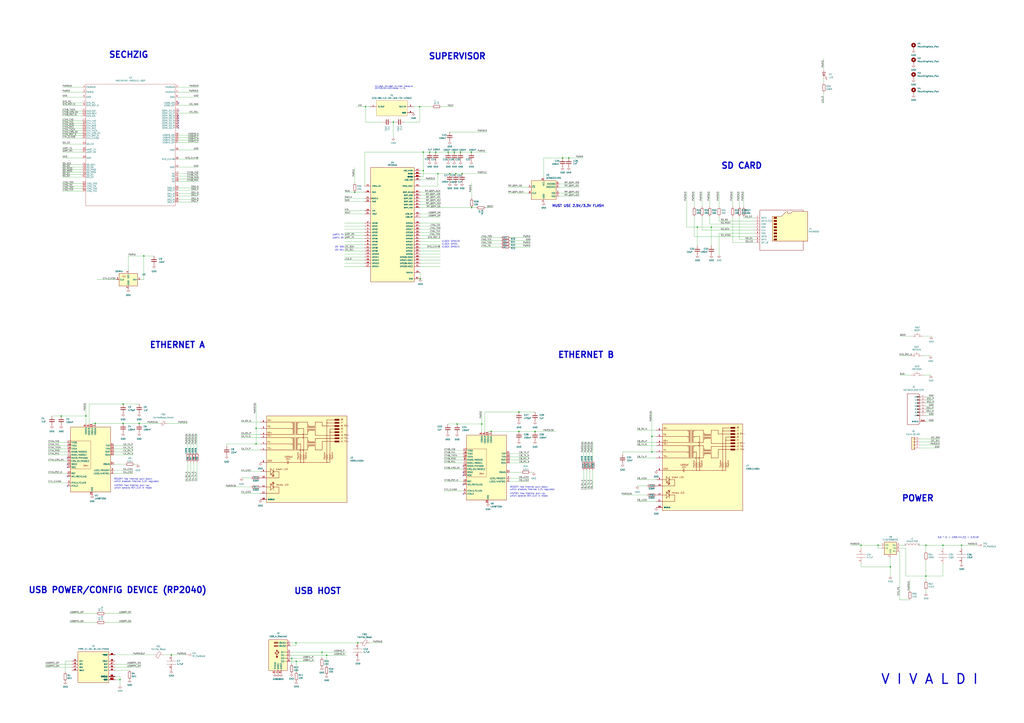
<source format=kicad_sch>
(kicad_sch (version 20211123) (generator eeschema)
  (paper "A1")
  (title_block (title "Vivaldi Motherboard") (date "2024-02-27") (rev "V0") (company "Copyright © 2024 Lone Dynamics Corporation"))
  (junction (at 300.228 87.63))
  (junction (at 344.678 87.63))
  (junction (at 572.77 186.69))
  (junction (at 357.886 124.968))
  (junction (at 439.42 354.584))
  (junction (at 101.092 347.98))
  (junction (at 291.338 157.988))
  (junction (at 264.414 535.94))
  (junction (at 426.212 354.584))
  (junction (at 426.212 338.582))
  (junction (at 760.476 448.056))
  (junction (at 101.092 331.978))
  (junction (at 387.35 170.688))
  (junction (at 210.312 352.044))
  (junction (at 378.206 124.968))
  (junction (at 584.2 186.69))
  (junction (at 140.716 538.226))
  (junction (at 352.806 124.968))
  (junction (at 373.126 124.968))
  (junction (at 369.316 142.748))
  (junction (at 347.726 124.968))
  (junction (at 345.186 229.108))
  (junction (at 467.106 129.794))
  (junction (at 731.266 465.836))
  (junction (at 114.3 347.98))
  (junction (at 462.026 129.794))
  (junction (at 760.476 473.456))
  (junction (at 368.046 124.968))
  (junction (at 535.432 358.648))
  (junction (at 774.446 448.056))
  (junction (at 293.878 528.32))
  (junction (at 535.432 371.348))
  (junction (at 379.476 142.748))
  (junction (at 721.106 448.056))
  (junction (at 403.352 354.584))
  (junction (at 243.078 528.32))
  (junction (at 50.292 341.884))
  (junction (at 118.11 210.312))
  (junction (at 347.726 140.208))
  (junction (at 374.396 142.748))
  (junction (at 70.612 341.884))
  (junction (at 359.664 142.748))
  (junction (at 268.224 538.48))
  (junction (at 243.332 543.56))
  (junction (at 323.088 100.33))
  (junction (at 210.312 364.744))
  (junction (at 395.732 348.488))
  (junction (at 239.522 541.02))
  (junction (at 375.412 348.488))
  (junction (at 707.136 448.056))
  (junction (at 78.232 347.98))
  (junction (at 98.552 558.546))
  (junction (at 789.686 448.056))
  (junction (at 387.096 124.968))
  (no_connect (at 146.558 105.156))
  (no_connect (at 55.372 381.508))
  (no_connect (at 146.558 103.124))
  (no_connect (at 380.492 388.112))
  (no_connect (at 380.492 383.032))
  (no_connect (at 380.492 390.652))
  (no_connect (at 55.372 384.048))
  (no_connect (at 55.372 376.428))
  (no_connect (at 380.492 405.892))
  (no_connect (at 146.558 97.028))
  (no_connect (at 146.558 99.06))
  (no_connect (at 55.372 399.288))
  (no_connect (at 55.372 391.668))
  (no_connect (at 146.558 94.996))
  (no_connect (at 380.492 398.272))
  (no_connect (at 146.558 84.582))
  (no_connect (at 146.558 101.092))
  (no_connect (at 146.558 90.932))
  (wire (pts (xy 771.652 363.22) (xy 755.142 363.22)))
  (wire (pts (xy 299.466 188.468) (xy 282.956 188.468)))
  (wire (pts (xy 299.466 152.908) (xy 299.466 124.968)))
  (wire (pts (xy 67.818 154.94) (xy 51.308 154.94)))
  (wire (pts (xy 293.878 528.32) (xy 295.656 528.32)))
  (wire (pts (xy 239.522 541.02) (xy 258.572 541.02)))
  (wire (pts (xy 610.87 170.18) (xy 610.87 157.48)))
  (wire (pts (xy 299.466 218.948) (xy 282.956 218.948)))
  (wire (pts (xy 94.488 556.006) (xy 98.552 556.006)))
  (wire (pts (xy 357.886 124.968) (xy 368.046 124.968)))
  (wire (pts (xy 359.664 142.748) (xy 369.316 142.748)))
  (wire (pts (xy 774.446 450.596) (xy 774.446 448.056)))
  (wire (pts (xy 523.24 411.988) (xy 538.988 411.988)))
  (wire (pts (xy 738.632 292.354) (xy 747.776 292.354)))
  (wire (pts (xy 238.506 535.94) (xy 264.414 535.94)))
  (wire (pts (xy 747.268 485.394) (xy 747.268 476.504)))
  (wire (pts (xy 78.232 347.98) (xy 75.692 347.98)))
  (wire (pts (xy 419.1 195.326) (xy 435.61 195.326)))
  (wire (pts (xy 67.818 118.364) (xy 51.308 118.364)))
  (wire (pts (xy 39.624 373.888) (xy 55.372 373.888)))
  (wire (pts (xy 94.488 558.546) (xy 98.552 558.546)))
  (wire (pts (xy 395.732 348.488) (xy 395.732 337.82)))
  (wire (pts (xy 299.466 208.788) (xy 282.956 208.788)))
  (wire (pts (xy 238.506 528.32) (xy 243.078 528.32)))
  (wire (pts (xy 345.186 145.288) (xy 347.726 145.288)))
  (wire (pts (xy 210.312 331.216) (xy 210.312 352.044)))
  (wire (pts (xy 98.552 558.546) (xy 98.552 563.372)))
  (wire (pts (xy 67.818 79.756) (xy 51.308 79.756)))
  (wire (pts (xy 210.312 364.744) (xy 210.312 352.044)))
  (wire (pts (xy 67.818 135.382) (xy 51.308 135.382)))
  (wire (pts (xy 118.11 229.87) (xy 118.11 210.312)))
  (wire (pts (xy 186.182 366.776) (xy 186.182 364.744)))
  (wire (pts (xy 361.696 178.308) (xy 345.186 178.308)))
  (wire (pts (xy 435.61 388.112) (xy 438.404 388.112)))
  (wire (pts (xy 721.106 448.056) (xy 723.646 448.056)))
  (wire (pts (xy 163.068 147.066) (xy 146.558 147.066)))
  (wire (pts (xy 418.592 380.492) (xy 434.34 380.492)))
  (wire (pts (xy 523.494 399.288) (xy 531.368 399.288)))
  (wire (pts (xy 523.24 394.208) (xy 538.988 394.208)))
  (wire (pts (xy 78.232 348.488) (xy 78.232 347.98)))
  (wire (pts (xy 738.886 453.136) (xy 738.886 493.014)))
  (wire (pts (xy 419.1 200.406) (xy 435.61 200.406)))
  (wire (pts (xy 344.678 100.33) (xy 344.678 87.63)))
  (wire (pts (xy 766.826 338.836) (xy 760.476 338.836)))
  (wire (pts (xy 198.12 387.604) (xy 213.868 387.604)))
  (wire (pts (xy 67.818 139.446) (xy 51.308 139.446)))
  (wire (pts (xy 462.026 129.794) (xy 467.106 129.794)))
  (wire (pts (xy 198.12 346.964) (xy 213.868 346.964)))
  (wire (pts (xy 163.068 161.29) (xy 146.558 161.29)))
  (wire (pts (xy 576.58 189.23) (xy 620.268 189.23)))
  (wire (pts (xy 53.594 552.45) (xy 53.594 543.306)))
  (wire (pts (xy 379.476 142.748) (xy 399.796 142.748)))
  (wire (pts (xy 299.466 198.628) (xy 282.956 198.628)))
  (wire (pts (xy 243.332 543.56) (xy 258.572 543.56)))
  (wire (pts (xy 738.886 493.014) (xy 747.268 493.014)))
  (wire (pts (xy 789.686 448.056) (xy 802.386 448.056)))
  (wire (pts (xy 484.378 362.966) (xy 484.378 378.714)))
  (wire (pts (xy 535.432 371.348) (xy 535.432 358.648)))
  (wire (pts (xy 299.466 211.328) (xy 282.956 211.328)))
  (wire (pts (xy 582.93 170.18) (xy 582.93 157.48)))
  (wire (pts (xy 361.696 196.088) (xy 345.186 196.088)))
  (wire (pts (xy 572.77 186.69) (xy 563.88 186.69)))
  (wire (pts (xy 163.068 75.692) (xy 146.558 75.692)))
  (wire (pts (xy 304.038 87.63) (xy 300.228 87.63)))
  (wire (pts (xy 764.286 292.354) (xy 757.936 292.354)))
  (wire (pts (xy 764.54 308.356) (xy 758.19 308.356)))
  (wire (pts (xy 67.818 99.314) (xy 51.308 99.314)))
  (wire (pts (xy 394.97 200.406) (xy 411.48 200.406)))
  (wire (pts (xy 789.686 448.056) (xy 789.686 450.596)))
  (wire (pts (xy 98.552 556.006) (xy 98.552 558.546)))
  (wire (pts (xy 161.798 379.73) (xy 161.798 395.478)))
  (wire (pts (xy 345.186 170.688) (xy 387.35 170.688)))
  (wire (pts (xy 601.726 177.8) (xy 601.726 199.39)))
  (wire (pts (xy 70.612 341.884) (xy 70.612 331.216)))
  (wire (pts (xy 707.136 448.056) (xy 721.106 448.056)))
  (wire (pts (xy 739.14 276.352) (xy 748.284 276.352)))
  (wire (pts (xy 403.352 354.584) (xy 400.812 354.584)))
  (wire (pts (xy 136.652 347.98) (xy 153.924 347.98)))
  (wire (pts (xy 299.466 206.248) (xy 282.956 206.248)))
  (wire (pts (xy 198.12 369.824) (xy 213.868 369.824)))
  (wire (pts (xy 159.258 356.362) (xy 159.258 372.11)))
  (wire (pts (xy 268.224 538.48) (xy 284.48 538.48)))
  (wire (pts (xy 163.068 86.614) (xy 146.558 86.614)))
  (wire (pts (xy 163.068 130.81) (xy 146.558 130.81)))
  (wire (pts (xy 93.472 389.128) (xy 109.22 389.128)))
  (wire (pts (xy 93.472 386.588) (xy 109.22 386.588)))
  (wire (pts (xy 347.726 124.968) (xy 347.726 140.208)))
  (wire (pts (xy 67.818 111.506) (xy 51.308 111.506)))
  (wire (pts (xy 268.224 538.48) (xy 268.224 547.116)))
  (wire (pts (xy 771.652 360.68) (xy 755.142 360.68)))
  (wire (pts (xy 584.2 201.93) (xy 584.2 186.69)))
  (wire (pts (xy 766.826 326.136) (xy 760.476 326.136)))
  (wire (pts (xy 738.886 308.356) (xy 748.03 308.356)))
  (wire (pts (xy 93.472 368.808) (xy 109.22 368.808)))
  (wire (pts (xy 723.646 450.596) (xy 721.106 450.596)))
  (wire (pts (xy 361.696 168.148) (xy 345.186 168.148)))
  (wire (pts (xy 387.096 150.622) (xy 387.35 150.622)))
  (wire (pts (xy 523.24 366.268) (xy 538.988 366.268)))
  (wire (pts (xy 361.696 191.008) (xy 345.186 191.008)))
  (wire (pts (xy 484.378 386.334) (xy 484.378 402.082)))
  (wire (pts (xy 163.068 110.998) (xy 146.558 110.998)))
  (wire (pts (xy 67.818 103.378) (xy 51.308 103.378)))
  (wire (pts (xy 361.696 206.248) (xy 345.186 206.248)))
  (wire (pts (xy 570.23 170.18) (xy 570.23 157.48)))
  (wire (pts (xy 299.466 163.068) (xy 282.956 163.068)))
  (wire (pts (xy 766.826 328.676) (xy 760.476 328.676)))
  (wire (pts (xy 721.106 450.596) (xy 721.106 448.056)))
  (wire (pts (xy 364.744 377.952) (xy 380.492 377.952)))
  (wire (pts (xy 299.466 185.928) (xy 282.956 185.928)))
  (wire (pts (xy 361.696 211.328) (xy 345.186 211.328)))
  (wire (pts (xy 283.21 157.988) (xy 291.338 157.988)))
  (wire (pts (xy 610.87 179.07) (xy 610.87 177.8)))
  (wire (pts (xy 114.3 347.98) (xy 131.572 347.98)))
  (wire (pts (xy 590.55 191.77) (xy 590.55 209.55)))
  (wire (pts (xy 760.476 477.266) (xy 760.476 473.456)))
  (wire (pts (xy 361.696 175.768) (xy 345.186 175.768)))
  (wire (pts (xy 73.152 331.978) (xy 101.092 331.978)))
  (wire (pts (xy 264.414 535.94) (xy 264.414 540.766)))
  (wire (pts (xy 398.272 355.092) (xy 398.272 338.582)))
  (wire (pts (xy 67.818 156.972) (xy 51.308 156.972)))
  (wire (pts (xy 67.818 122.936) (xy 51.308 122.936)))
  (wire (pts (xy 39.624 363.728) (xy 55.372 363.728)))
  (wire (pts (xy 291.338 157.988) (xy 299.466 157.988)))
  (wire (pts (xy 523.24 353.568) (xy 538.988 353.568)))
  (wire (pts (xy 374.396 142.748) (xy 379.476 142.748)))
  (wire (pts (xy 163.068 154.432) (xy 146.558 154.432)))
  (wire (pts (xy 133.858 538.226) (xy 140.716 538.226)))
  (wire (pts (xy 426.212 354.584) (xy 439.42 354.584)))
  (wire (pts (xy 299.466 213.868) (xy 282.956 213.868)))
  (wire (pts (xy 94.488 538.226) (xy 126.238 538.226)))
  (wire (pts (xy 37.338 545.846) (xy 58.928 545.846)))
  (wire (pts (xy 590.55 191.77) (xy 620.268 191.77)))
  (wire (pts (xy 738.886 450.596) (xy 743.966 450.596)))
  (wire (pts (xy 238.506 541.02) (xy 239.522 541.02)))
  (wire (pts (xy 198.374 392.684) (xy 206.248 392.684)))
  (wire (pts (xy 299.466 175.768) (xy 282.956 175.768)))
  (wire (pts (xy 163.068 117.094) (xy 146.558 117.094)))
  (wire (pts (xy 163.068 164.084) (xy 146.558 164.084)))
  (wire (pts (xy 361.696 218.948) (xy 345.186 218.948)))
  (wire (pts (xy 156.718 356.362) (xy 156.718 372.11)))
  (wire (pts (xy 572.77 186.69) (xy 572.77 201.93)))
  (wire (pts (xy 760.476 487.426) (xy 760.476 484.886)))
  (wire (pts (xy 110.49 381.508) (xy 113.284 381.508)))
  (wire (pts (xy 590.55 170.18) (xy 590.55 157.48)))
  (wire (pts (xy 387.096 124.968) (xy 399.796 124.968)))
  (wire (pts (xy 67.818 105.41) (xy 51.308 105.41)))
  (wire (pts (xy 345.186 140.208) (xy 347.726 140.208)))
  (wire (pts (xy 67.818 75.692) (xy 51.308 75.692)))
  (wire (pts (xy 67.818 95.25) (xy 51.308 95.25)))
  (wire (pts (xy 347.726 124.968) (xy 352.806 124.968)))
  (wire (pts (xy 364.744 380.492) (xy 380.492 380.492)))
  (wire (pts (xy 37.338 548.386) (xy 58.928 548.386)))
  (wire (pts (xy 291.338 137.922) (xy 291.338 150.368)))
  (wire (pts (xy 163.068 156.464) (xy 146.558 156.464)))
  (wire (pts (xy 446.532 129.794) (xy 446.532 146.05)))
  (wire (pts (xy 161.798 356.362) (xy 161.798 372.11)))
  (wire (pts (xy 418.592 393.192) (xy 434.34 393.192)))
  (wire (pts (xy 53.594 543.306) (xy 58.928 543.306)))
  (wire (pts (xy 731.266 465.836) (xy 707.136 465.836)))
  (wire (pts (xy 676.656 84.836) (xy 676.656 75.946)))
  (wire (pts (xy 774.446 448.056) (xy 789.686 448.056)))
  (wire (pts (xy 57.404 511.556) (xy 78.994 511.556)))
  (wire (pts (xy 186.182 364.744) (xy 210.312 364.744)))
  (wire (pts (xy 323.088 100.33) (xy 321.818 100.33)))
  (wire (pts (xy 398.272 338.582) (xy 426.212 338.582)))
  (wire (pts (xy 39.624 396.748) (xy 55.372 396.748)))
  (wire (pts (xy 361.696 160.528) (xy 345.186 160.528)))
  (wire (pts (xy 300.228 100.33) (xy 300.228 87.63)))
  (wire (pts (xy 590.55 181.61) (xy 620.268 181.61)))
  (wire (pts (xy 86.614 511.556) (xy 108.204 511.556)))
  (wire (pts (xy 67.818 91.186) (xy 51.308 91.186)))
  (wire (pts (xy 364.744 375.412) (xy 380.492 375.412)))
  (wire (pts (xy 362.458 87.63) (xy 372.618 87.63)))
  (wire (pts (xy 361.696 185.928) (xy 345.186 185.928)))
  (wire (pts (xy 163.068 92.964) (xy 146.558 92.964)))
  (wire (pts (xy 299.466 124.968) (xy 347.726 124.968)))
  (wire (pts (xy 156.718 379.73) (xy 156.718 395.478)))
  (wire (pts (xy 511.302 371.348) (xy 535.432 371.348)))
  (wire (pts (xy 439.42 354.584) (xy 456.692 354.584)))
  (wire (pts (xy 163.068 166.116) (xy 146.558 166.116)))
  (wire (pts (xy 582.93 184.15) (xy 620.268 184.15)))
  (wire (pts (xy 39.624 378.968) (xy 55.372 378.968)))
  (wire (pts (xy 387.35 150.622) (xy 387.35 163.068)))
  (wire (pts (xy 323.088 100.33) (xy 323.088 113.03)))
  (wire (pts (xy 771.652 365.76) (xy 755.142 365.76)))
  (wire (pts (xy 361.696 201.168) (xy 345.186 201.168)))
  (wire (pts (xy 475.742 151.13) (xy 459.232 151.13)))
  (wire (pts (xy 394.97 202.946) (xy 411.48 202.946)))
  (wire (pts (xy 67.818 109.474) (xy 51.308 109.474)))
  (wire (pts (xy 159.258 379.73) (xy 159.258 395.478)))
  (wire (pts (xy 292.608 87.63) (xy 300.228 87.63)))
  (wire (pts (xy 731.266 458.216) (xy 731.266 465.836)))
  (wire (pts (xy 766.826 341.376) (xy 760.476 341.376)))
  (wire (pts (xy 57.404 504.19) (xy 78.994 504.19)))
  (wire (pts (xy 344.678 87.63) (xy 339.598 87.63)))
  (wire (pts (xy 264.414 535.94) (xy 284.48 535.94)))
  (wire (pts (xy 364.744 395.732) (xy 380.492 395.732)))
  (wire (pts (xy 163.068 142.748) (xy 146.558 142.748)))
  (wire (pts (xy 75.692 347.98) (xy 75.692 348.488)))
  (wire (pts (xy 475.742 158.75) (xy 459.232 158.75)))
  (wire (pts (xy 563.88 186.69) (xy 563.88 157.48)))
  (wire (pts (xy 760.476 453.136) (xy 760.476 448.056)))
  (wire (pts (xy 760.476 473.456) (xy 774.446 473.456)))
  (wire (pts (xy 50.292 341.884) (xy 70.612 341.884)))
  (wire (pts (xy 361.696 193.548) (xy 345.186 193.548)))
  (wire (pts (xy 101.092 347.98) (xy 114.3 347.98)))
  (wire (pts (xy 378.206 124.968) (xy 387.096 124.968)))
  (wire (pts (xy 299.466 165.608) (xy 282.956 165.608)))
  (wire (pts (xy 361.696 213.868) (xy 345.186 213.868)))
  (wire (pts (xy 601.726 199.39) (xy 620.268 199.39)))
  (wire (pts (xy 67.818 150.876) (xy 51.308 150.876)))
  (wire (pts (xy 163.068 71.628) (xy 146.558 71.628)))
  (wire (pts (xy 369.316 108.458) (xy 399.796 108.458)))
  (wire (pts (xy 347.726 140.208) (xy 347.726 145.288)))
  (wire (pts (xy 576.58 170.18) (xy 576.58 157.48)))
  (wire (pts (xy 707.136 463.296) (xy 707.136 465.836)))
  (wire (pts (xy 481.838 386.334) (xy 481.838 402.082)))
  (wire (pts (xy 486.918 386.334) (xy 486.918 402.082)))
  (wire (pts (xy 394.97 197.866) (xy 411.48 197.866)))
  (wire (pts (xy 475.742 153.67) (xy 459.232 153.67)))
  (wire (pts (xy 299.466 216.408) (xy 282.956 216.408)))
  (wire (pts (xy 67.818 71.628) (xy 51.308 71.628)))
  (wire (pts (xy 607.314 170.18) (xy 607.314 157.48)))
  (wire (pts (xy 39.624 368.808) (xy 55.372 368.808)))
  (wire (pts (xy 582.93 184.15) (xy 582.93 177.8)))
  (wire (pts (xy 291.084 137.922) (xy 291.338 137.922)))
  (wire (pts (xy 198.12 357.124) (xy 213.868 357.124)))
  (wire (pts (xy 535.432 337.82) (xy 535.432 358.648)))
  (wire (pts (xy 375.412 348.488) (xy 395.732 348.488)))
  (wire (pts (xy 93.472 381.508) (xy 102.87 381.508)))
  (wire (pts (xy 105.41 210.312) (xy 105.41 222.25)))
  (wire (pts (xy 140.716 538.226) (xy 152.908 538.226)))
  (wire (pts (xy 361.696 183.388) (xy 345.186 183.388)))
  (wire (pts (xy 67.818 84.582) (xy 51.308 84.582)))
  (wire (pts (xy 418.592 395.732) (xy 434.34 395.732)))
  (wire (pts (xy 760.476 448.056) (xy 774.446 448.056)))
  (wire (pts (xy 163.068 79.756) (xy 146.558 79.756)))
  (wire (pts (xy 523.24 363.728) (xy 538.988 363.728)))
  (wire (pts (xy 361.696 216.408) (xy 345.186 216.408)))
  (wire (pts (xy 403.352 354.584) (xy 426.212 354.584)))
  (wire (pts (xy 324.358 100.33) (xy 323.088 100.33)))
  (wire (pts (xy 766.826 346.456) (xy 760.476 346.456)))
  (wire (pts (xy 299.466 203.708) (xy 282.956 203.708)))
  (wire (pts (xy 299.466 193.548) (xy 282.956 193.548)))
  (wire (pts (xy 584.2 186.69) (xy 620.268 186.69)))
  (wire (pts (xy 760.476 473.456) (xy 743.966 473.456)))
  (wire (pts (xy 154.178 356.362) (xy 154.178 372.11)))
  (wire (pts (xy 345.186 152.908) (xy 359.664 152.908)))
  (wire (pts (xy 481.838 362.966) (xy 481.838 378.714)))
  (wire (pts (xy 93.472 366.268) (xy 109.22 366.268)))
  (wire (pts (xy 433.832 153.67) (xy 417.322 153.67)))
  (wire (pts (xy 418.592 377.952) (xy 434.34 377.952)))
  (wire (pts (xy 299.466 196.088) (xy 282.956 196.088)))
  (wire (pts (xy 154.178 379.73) (xy 154.178 395.478)))
  (wire (pts (xy 364.744 403.352) (xy 380.492 403.352)))
  (wire (pts (xy 479.298 386.334) (xy 479.298 402.082)))
  (wire (pts (xy 446.532 129.794) (xy 462.026 129.794)))
  (wire (pts (xy 766.826 333.756) (xy 760.476 333.756)))
  (wire (pts (xy 238.506 538.48) (xy 268.224 538.48)))
  (wire (pts (xy 361.696 188.468) (xy 345.186 188.468)))
  (wire (pts (xy 405.13 170.688) (xy 398.78 170.688)))
  (wire (pts (xy 368.046 124.968) (xy 373.126 124.968)))
  (wire (pts (xy 590.55 181.61) (xy 590.55 177.8)))
  (wire (pts (xy 213.868 364.744) (xy 210.312 364.744)))
  (wire (pts (xy 42.672 341.884) (xy 50.292 341.884)))
  (wire (pts (xy 601.726 170.18) (xy 601.726 157.48)))
  (wire (pts (xy 67.818 129.794) (xy 51.308 129.794)))
  (wire (pts (xy 67.818 86.614) (xy 51.308 86.614)))
  (wire (pts (xy 93.472 371.348) (xy 109.22 371.348)))
  (wire (pts (xy 243.078 528.32) (xy 293.878 528.32)))
  (wire (pts (xy 115.57 229.87) (xy 118.11 229.87)))
  (wire (pts (xy 418.592 372.872) (xy 434.34 372.872)))
  (wire (pts (xy 361.696 198.628) (xy 345.186 198.628)))
  (wire (pts (xy 523.24 376.428) (xy 538.988 376.428)))
  (wire (pts (xy 426.212 338.582) (xy 439.42 338.582)))
  (wire (pts (xy 764.794 276.352) (xy 758.444 276.352)))
  (wire (pts (xy 433.832 158.75) (xy 417.322 158.75)))
  (wire (pts (xy 238.506 530.86) (xy 243.078 530.86)))
  (wire (pts (xy 361.696 163.068) (xy 345.186 163.068)))
  (wire (pts (xy 395.732 355.092) (xy 395.732 348.488)))
  (wire (pts (xy 570.23 194.31) (xy 620.268 194.31)))
  (wire (pts (xy 576.58 189.23) (xy 576.58 177.8)))
  (wire (pts (xy 303.276 528.32) (xy 314.198 528.32)))
  (wire (pts (xy 70.612 348.488) (xy 70.612 341.884)))
  (wire (pts (xy 369.316 142.748) (xy 374.396 142.748)))
  (wire (pts (xy 243.332 543.56) (xy 243.332 552.196)))
  (wire (pts (xy 86.614 504.19) (xy 108.204 504.19)))
  (wire (pts (xy 367.792 348.488) (xy 375.412 348.488)))
  (wire (pts (xy 238.506 543.56) (xy 243.332 543.56)))
  (wire (pts (xy 299.466 183.388) (xy 282.956 183.388)))
  (wire (pts (xy 67.818 124.968) (xy 51.308 124.968)))
  (wire (pts (xy 39.624 389.128) (xy 55.372 389.128)))
  (wire (pts (xy 570.23 194.31) (xy 570.23 177.8)))
  (wire (pts (xy 364.744 372.872) (xy 380.492 372.872)))
  (wire (pts (xy 94.488 545.846) (xy 116.078 545.846)))
  (wire (pts (xy 94.488 550.926) (xy 106.426 550.926)))
  (wire (pts (xy 620.268 179.07) (xy 610.87 179.07)))
  (wire (pts (xy 394.97 195.326) (xy 411.48 195.326)))
  (wire (pts (xy 67.818 152.908) (xy 51.308 152.908)))
  (wire (pts (xy 352.806 124.968) (xy 357.886 124.968)))
  (wire (pts (xy 243.078 530.86) (xy 243.078 528.32)))
  (wire (pts (xy 418.592 388.112) (xy 427.99 388.112)))
  (wire (pts (xy 345.186 142.748) (xy 359.664 142.748)))
  (wire (pts (xy 67.818 113.538) (xy 51.308 113.538)))
  (wire (pts (xy 511.302 373.38) (xy 511.302 371.348)))
  (wire (pts (xy 73.152 348.488) (xy 73.152 331.978)))
  (wire (pts (xy 361.696 165.608) (xy 345.186 165.608)))
  (wire (pts (xy 475.742 161.29) (xy 459.232 161.29)))
  (wire (pts (xy 213.868 352.044) (xy 210.312 352.044)))
  (wire (pts (xy 766.826 336.296) (xy 760.476 336.296)))
  (wire (pts (xy 163.068 137.414) (xy 146.558 137.414)))
  (wire (pts (xy 345.186 147.828) (xy 357.378 147.828)))
  (wire (pts (xy 163.068 123.19) (xy 146.558 123.19)))
  (wire (pts (xy 359.664 152.908) (xy 359.664 142.748)))
  (wire (pts (xy 101.092 331.978) (xy 114.3 331.978)))
  (wire (pts (xy 198.12 405.384) (xy 213.868 405.384)))
  (wire (pts (xy 418.592 375.412) (xy 434.34 375.412)))
  (wire (pts (xy 239.522 541.02) (xy 239.522 545.846)))
  (wire (pts (xy 584.2 186.69) (xy 572.77 186.69)))
  (wire (pts (xy 707.136 450.596) (xy 707.136 448.056)))
  (wire (pts (xy 67.818 107.442) (xy 51.308 107.442)))
  (wire (pts (xy 163.068 149.098) (xy 146.558 149.098)))
  (wire (pts (xy 607.314 196.85) (xy 607.314 177.8)))
  (wire (pts (xy 760.476 448.056) (xy 755.396 448.056)))
  (wire (pts (xy 419.1 202.946) (xy 435.61 202.946)))
  (wire (pts (xy 299.466 173.228) (xy 282.956 173.228)))
  (wire (pts (xy 743.966 450.596) (xy 743.966 473.456)))
  (wire (pts (xy 67.818 143.51) (xy 51.308 143.51)))
  (wire (pts (xy 126.492 210.312) (xy 118.11 210.312)))
  (wire (pts (xy 486.918 362.966) (xy 486.918 378.714)))
  (wire (pts (xy 419.1 197.866) (xy 435.61 197.866)))
  (wire (pts (xy 676.656 56.896) (xy 676.656 48.006)))
  (wire (pts (xy 361.696 203.708) (xy 345.186 203.708)))
  (wire (pts (xy 731.266 465.836) (xy 731.266 473.456)))
  (wire (pts (xy 774.446 473.456) (xy 774.446 463.296)))
  (wire (pts (xy 698.246 448.056) (xy 707.136 448.056)))
  (wire (pts (xy 361.696 157.988) (xy 345.186 157.988)))
  (wire (pts (xy 620.268 196.85) (xy 607.314 196.85)))
  (wire (pts (xy 67.818 141.478) (xy 51.308 141.478)))
  (wire (pts (xy 760.476 460.756) (xy 760.476 473.456)))
  (wire (pts (xy 67.818 137.414) (xy 51.308 137.414)))
  (wire (pts (xy 163.068 159.258) (xy 146.558 159.258)))
  (wire (pts (xy 78.232 347.98) (xy 101.092 347.98)))
  (wire (pts (xy 185.42 400.304) (xy 206.248 400.304)))
  (wire (pts (xy 766.826 331.216) (xy 760.476 331.216)))
  (wire (pts (xy 364.744 370.332) (xy 380.492 370.332)))
  (wire (pts (xy 738.886 448.056) (xy 742.696 448.056)))
  (wire (pts (xy 538.988 371.348) (xy 535.432 371.348)))
  (wire (pts (xy 403.352 355.092) (xy 403.352 354.584)))
  (wire (pts (xy 163.068 113.03) (xy 146.558 113.03)))
  (wire (pts (xy 314.198 100.33) (xy 300.228 100.33)))
  (wire (pts (xy 93.472 373.888) (xy 109.22 373.888)))
  (wire (pts (xy 771.652 368.3) (xy 755.142 368.3)))
  (wire (pts (xy 479.298 362.966) (xy 479.298 378.714)))
  (wire (pts (xy 373.126 124.968) (xy 378.206 124.968)))
  (wire (pts (xy 344.678 87.63) (xy 354.838 87.63)))
  (wire (pts (xy 79.502 229.87) (xy 95.25 229.87)))
  (wire (pts (xy 364.744 385.572) (xy 380.492 385.572)))
  (wire (pts (xy 94.488 548.386) (xy 116.078 548.386)))
  (wire (pts (xy 118.11 210.312) (xy 105.41 210.312)))
  (wire (pts (xy 345.186 224.028) (xy 345.186 229.108)))
  (wire (pts (xy 510.54 406.908) (xy 531.368 406.908)))
  (wire (pts (xy 39.624 366.268) (xy 55.372 366.268)))
  (wire (pts (xy 299.466 191.008) (xy 282.956 191.008)))
  (wire (pts (xy 331.978 100.33) (xy 344.678 100.33)))
  (wire (pts (xy 39.624 371.348) (xy 55.372 371.348)))
  (wire (pts (xy 299.466 201.168) (xy 282.956 201.168)))
  (wire (pts (xy 67.818 145.542) (xy 51.308 145.542)))
  (wire (pts (xy 538.988 358.648) (xy 535.432 358.648)))
  (wire (pts (xy 400.812 354.584) (xy 400.812 355.092)))
  (wire (pts (xy 387.35 170.688) (xy 391.16 170.688)))
  (wire (pts (xy 163.068 144.78) (xy 146.558 144.78)))
  (wire (pts (xy 198.12 359.664) (xy 213.868 359.664)))
  (wire (pts (xy 361.696 208.788) (xy 345.186 208.788)))
  (wire (pts (xy 67.818 93.218) (xy 51.308 93.218)))
  (wire (pts (xy 467.106 129.794) (xy 478.536 129.794)))
  (wire (pts (xy 676.656 64.516) (xy 676.656 68.326)))
  (wire (pts (xy 67.818 101.346) (xy 51.308 101.346)))
  (wire (pts (xy 163.068 115.062) (xy 146.558 115.062)))
  (text "CLOCK GPOUT1" (at 362.966 203.708 0) (effects (font (size 1.27 1.27)) (justify left bottom)))
  (text "nINTSEL has internal pull-up,\nwhich selects REF_CLK In mode" (at 418.846 408.432 0) (effects (font (size 1.27 1.27)) (justify left bottom)))
  (text "V I V A L D I" (at 723.138 562.864 0) (effects (font (size 8 8) (thickness 1) bold) (justify left bottom)))
  (text "nINTSEL has internal pull-up,\nwhich selects REF_CLK In mode" (at 93.726 401.828 0) (effects (font (size 1.27 1.27)) (justify left bottom)))
  (text "0.6 * (1 + (200/44.2)) = 3.3149" (at 770.128 442.468 0) (effects (font (size 1.27 1.27)) (justify left bottom)))
  (text "SD CARD" (at 592.074 139.192 0) (effects (font (size 5 5) (thickness 1) bold) (justify left bottom)))
  (text "REGOFF has internal pull-down,\nwhich enables internal 1.2V regulator" (at 418.846 403.098 0) (effects (font (size 1.27 1.27)) (justify left bottom)))
  (text "I2C SCL" (at 274.828 206.248 0) (effects (font (size 1.27 1.27)) (justify left bottom)))
  (text "MUST USE 2.5V/3.3V FLASH" (at 453.39 170.434 0) (effects (font (size 2 2) (thickness 0.4) bold) (justify left bottom)))
  (text "C1=15pF, C2=15pF, CL=12pF, Cstray=5,\n(C1*C2)/(C1+C2)+Cstray == CL" (at 307.9496 73.2536 0) (effects (font (size 0.9906 0.9906)) (justify left bottom)))
  (text "UART1 TX" (at 273.05 193.802 0) (effects (font (size 1.27 1.27)) (justify left bottom)))
  (text "REGOFF has internal pull-down,\nwhich enables internal 1.2V regulator" (at 93.726 396.494 0) (effects (font (size 1.27 1.27)) (justify left bottom)))
  (text "POWER" (at 740.41 412.496 0) (effects (font (size 5 5) (thickness 1) bold) (justify left bottom)))
  (text "SECHZIG" (at 89.154 48.006 0) (effects (font (size 5 5) (thickness 1) bold) (justify left bottom)))
  (text "I2C SDA" (at 274.828 203.708 0) (effects (font (size 1.27 1.27)) (justify left bottom)))
  (text "ETHERNET A" (at 122.682 286.512 0) (effects (font (size 5 5) (thickness 1) bold) (justify left bottom)))
  (text "CLOCK GPIN1" (at 362.966 201.422 0) (effects (font (size 1.27 1.27)) (justify left bottom)))
  (text "USB POWER/CONFIG DEVICE (RP2040)" (at 23.114 487.934 0) (effects (font (size 5 5) (thickness 1) bold) (justify left bottom)))
  (text "CLOCK GPOUT0" (at 362.966 199.136 0) (effects (font (size 1.27 1.27)) (justify left bottom)))
  (text "SUPERVISOR" (at 351.79 49.276 0) (effects (font (size 5 5) (thickness 1) bold) (justify left bottom)))
  (text "ETHERNET B" (at 457.962 294.64 0) (effects (font (size 5 5) (thickness 1) bold) (justify left bottom)))
  (text "USB HOST" (at 241.3 488.696 0) (effects (font (size 5 5) (thickness 1) bold) (justify left bottom)))
  (text "UART1 RX" (at 273.05 196.342 0) (effects (font (size 1.27 1.27)) (justify left bottom)))
  (label "GND" (at 159.004 79.756 0))
  (label "PWR3V3A" (at 161.798 356.362 270))
  (label "PWR3V3A" (at 194.056 400.304 180))
  (label "USBH1_N" (at 248.666 543.56 0))
  (label "PWR3V3" (at 155.194 75.692 0))
  (label "USBRPC_DP" (at 37.338 545.846 0))
  (label "UART_TX" (at 282.956 196.088 0))
  (label "EB_RX_N" (at 479.298 394.208 270))
  (label "ETH_CLK50" (at 84.328 229.87 0))
  (label "PWR3V3" (at 601.726 165.1 90))
  (label "PWR3V3A" (at 159.258 356.362 270))
  (label "SYS_CLK48" (at 350.774 203.708 0))
  (label "JTAG_TDO" (at 352.806 188.468 0))
  (label "PWR5V0" (at 51.308 71.628 0))
  (label "ETHB_TX0" (at 153.67 142.748 0))
  (label "ETHB_CRS_DV" (at 364.744 385.572 0))
  (label "PWR5V0" (at 698.246 448.056 0))
  (label "EB_RX_P" (at 426.466 377.952 0))
  (label "ETHA_RX1" (at 51.308 105.41 0))
  (label "PWR5V0" (at 155.448 71.628 0))
  (label "PWRIO" (at 429.514 195.326 0))
  (label "USBH1_N" (at 154.432 115.062 0))
  (label "ETHA_RST_N" (at 39.624 389.128 0))
  (label "PWR3V3A" (at 156.718 356.362 270))
  (label "ETHB_RX1" (at 364.744 380.492 0))
  (label "SD_MISO" (at 51.308 139.446 0))
  (label "EA_RX_P" (at 101.346 371.348 0))
  (label "EB_LED2" (at 523.24 411.988 0))
  (label "PWR3V3" (at 607.314 165.1 90))
  (label "EA_LED2" (at 198.12 405.384 0))
  (label "I2C_SCL" (at 155.194 92.964 0))
  (label "XOUT" (at 367.538 87.63 0))
  (label "PWR3V3" (at 582.93 165.1 90))
  (label "RP_QSPI_SCK" (at 417.322 158.75 0))
  (label "JTAG_TCK" (at 352.806 191.008 0))
  (label "DS2_P" (at 760.984 328.676 0))
  (label "PWR3V3A" (at 484.378 362.966 270))
  (label "JTAG_TDO" (at 51.308 154.94 0))
  (label "JTAG_TMS" (at 51.308 150.876 0))
  (label "ETHB_RX0" (at 364.744 377.952 0))
  (label "EB_LED2" (at 426.212 395.732 0))
  (label "DS1_N" (at 760.73 338.836 0))
  (label "EB_LED1" (at 523.24 394.208 0))
  (label "PWRIO" (at 676.656 55.626 90))
  (label "PWR3V3" (at 570.23 165.1 90))
  (label "EB_RX_N" (at 426.466 380.492 0))
  (label "RUN" (at 283.21 157.988 0))
  (label "USBRPC_DN" (at 57.404 511.556 0))
  (label "ETHA_TXEN" (at 39.624 368.808 0))
  (label "SD_D2" (at 611.632 179.07 0))
  (label "PWR3V3" (at 563.88 165.1 90))
  (label "ETHB_TXEN" (at 364.744 375.412 0))
  (label "DS2_P" (at 156.972 166.116 0))
  (label "USBH1_P" (at 248.666 541.02 0))
  (label "LED_R" (at 282.956 213.868 0))
  (label "PWRIO" (at 392.176 124.968 0))
  (label "PWR3V3A" (at 129.794 347.98 180))
  (label "I2C_SCL" (at 764.286 363.22 0))
  (label "BOOT" (at 400.05 170.688 0))
  (label "SYS_RST_N" (at 738.632 292.354 0))
  (label "PWR3V3A" (at 481.838 362.966 270))
  (label "DS1_N" (at 156.972 159.258 0))
  (label "EB_LED1" (at 426.212 393.192 0))
  (label "LED_R" (at 676.656 84.836 90))
  (label "GND" (at 762.762 346.456 0))
  (label "USBRP_DN" (at 97.79 511.556 0))
  (label "ETHA_TX0" (at 51.308 99.314 0))
  (label "DS0_P" (at 156.972 156.464 0))
  (label "EB_RX_P" (at 481.838 394.208 270))
  (label "PWR3V3A" (at 479.298 362.966 270))
  (label "EA_TX_P" (at 198.12 369.824 0))
  (label "UART_RX" (at 282.956 193.548 0))
  (label "JTAG_TCK" (at 403.86 197.866 180))
  (label "ETHA_RX0" (at 39.624 371.348 0))
  (label "GND" (at 159.004 123.19 0))
  (label "RP_QSPI_SS" (at 350.266 170.688 0))
  (label "GND" (at 431.8 197.866 0))
  (label "PWR3V3A" (at 210.312 339.852 90))
  (label "PWR3V3" (at 576.58 165.1 90))
  (label "PWR3V3A" (at 535.432 346.456 90))
  (label "PWR3V3" (at 764.032 365.76 0))
  (label "RP_QSPI_IO2" (at 463.55 158.75 0))
  (label "XIN" (at 293.878 87.63 0))
  (label "PWR3V3" (at 590.55 165.1 90))
  (label "ETHB_TX1" (at 153.67 144.78 0))
  (label "PWR3V3A" (at 519.176 406.908 180))
  (label "PWRIO" (at 395.732 337.82 270))
  (label "ETHB_TX0" (at 364.744 370.332 0))
  (label "PWRIO" (at 387.35 157.988 90))
  (label "RP_QSPI_IO1" (at 463.55 153.67 0))
  (label "SD_D1" (at 612.14 196.85 0))
  (label "PWR3V3" (at 349.504 147.828 0))
  (label "ETHB_RST_N" (at 51.308 95.25 0))
  (label "EA_TX_P" (at 101.346 366.268 0))
  (label "USBRP_DP" (at 351.79 178.308 0))
  (label "PWR3V3" (at 392.176 108.458 0))
  (label "PWR3V3A" (at 154.178 356.362 270))
  (label "UART_TX" (at 51.308 122.936 0))
  (label "SYS_RST_N" (at 351.282 196.088 0))
  (label "ETHA_TXEN" (at 51.308 107.442 0))
  (label "DS2_N" (at 760.984 331.216 0))
  (label "SD_MOSI" (at 591.82 184.15 0))
  (label "PWR3V3" (at 610.87 165.1 90))
  (label "SWCLK" (at 282.956 163.068 0))
  (label "SD_CD" (at 51.308 118.364 0))
  (label "USBH0_P" (at 154.432 113.03 0))
  (label "ETHA_TX1" (at 51.308 101.346 0))
  (label "PWRIO" (at 291.338 145.288 90))
  (label "EB_TX_N" (at 426.466 375.412 0))
  (label "ETHB_CRS_DV" (at 51.308 93.218 0))
  (label "SD_SCK" (at 51.308 135.382 0))
  (label "SD_D1" (at 51.308 143.51 0))
  (label "RP_QSPI_SS" (at 417.322 153.67 0))
  (label "ETHA_RX1" (at 39.624 373.888 0))
  (label "PWR3V3A" (at 486.918 362.966 270))
  (label "XOUT" (at 282.956 175.768 0))
  (label "USBRPC_DP" (at 57.404 504.19 0))
  (label "DS1_P" (at 760.73 336.296 0))
  (label "ETHB_RX0" (at 153.67 147.066 0))
  (label "EA_TX_N" (at 101.346 368.808 0))
  (label "JTAG_TCK" (at 51.308 156.972 0))
  (label "RP_QSPI_IO3" (at 463.55 161.29 0))
  (label "ETHB_RST_N" (at 364.744 395.732 0))
  (label "ETHA_RST_N" (at 51.308 111.506 0))
  (label "JTAG_TDI" (at 51.308 152.908 0))
  (label "PWR3V3" (at 153.924 347.98 180))
  (label "EA_RX_N" (at 198.12 346.964 0))
  (label "USBH0_N" (at 154.432 110.998 0))
  (label "PWRIO" (at 70.612 331.216 270))
  (label "EB_RX_N" (at 523.24 353.568 0))
  (label "ETH_CLK50" (at 51.308 113.538 0))
  (label "EA_RX_P" (at 156.718 387.604 270))
  (label "SYS_RST_N" (at 51.308 86.614 0))
  (label "EB_TX_P" (at 523.24 376.428 0))
  (label "USBRP_DN" (at 351.79 175.768 0))
  (label "PWR5V0" (at 306.324 528.32 0))
  (label "PWR3V3" (at 794.766 448.056 0))
  (label "PWRIO" (at 429.514 202.946 0))
  (label "ETHB_RX1" (at 153.67 149.098 0))
  (label "PWRIO" (at 472.948 129.794 0))
  (label "JTAG_TMS" (at 352.552 193.548 0))
  (label "GND" (at 767.588 368.3 0))
  (label "SWD" (at 282.956 165.608 0))
  (label "ETH_CLK50" (at 39.624 396.748 0))
  (label "PWR5V0UF" (at 109.22 538.226 0))
  (label "EA_RX_P" (at 198.12 357.124 0))
  (label "SD_MOSI" (at 51.308 141.478 0))
  (label "EB_TX_N" (at 523.24 366.268 0))
  (label "EA_LED2" (at 101.092 389.128 0))
  (label "GND" (at 51.308 129.794 0))
  (label "PWRIO" (at 429.514 200.406 0))
  (label "PWR5V0" (at 145.288 538.226 0))
  (label "SD_SCK" (at 591.82 189.23 0))
  (label "GND" (at 762.762 326.136 0))
  (label "USBRPC_DN" (at 37.338 548.386 0))
  (label "JTAG_TDO" (at 403.86 200.406 180))
  (label "ETHA_TX1" (at 39.624 366.268 0))
  (label "JTAG_TDI" (at 403.352 202.946 180))
  (label "I2C_SDA" (at 155.194 86.614 0))
  (label "RUN" (at 738.886 308.356 0))
  (label "RP_QSPI_SCK" (at 348.996 157.988 0))
  (label "PWRIO" (at 51.308 75.692 0))
  (label "ETHA_TX0" (at 39.624 363.728 0))
  (label "EA_LED1" (at 101.092 386.588 0))
  (label "ETHA_CRS_DV" (at 39.624 378.968 0))
  (label "SYS_PG" (at 51.308 84.582 0))
  (label "RP_QSPI_IO3" (at 349.758 168.148 0))
  (label "XIN" (at 282.956 173.228 0))
  (label "EA_RX_N" (at 154.178 387.604 270))
  (label "ETHB_TX1" (at 364.744 372.872 0))
  (label "I2C_SDA" (at 764.286 360.68 0))
  (label "SD_SS" (at 591.82 181.61 0))
  (label "EB_TX_N" (at 484.378 394.208 270))
  (label "USBRPC_DP" (at 104.394 548.386 0))
  (label "PWR3V3" (at 747.268 485.394 90))
  (label "EB_TX_P" (at 486.918 394.208 270))
  (label "PWRIO" (at 111.506 210.312 180))
  (label "DS0_N" (at 156.972 154.432 0))
  (label "ETH_CLK50" (at 364.744 403.352 0))
  (label "USBH0_P" (at 274.32 535.94 0))
  (label "SD_CD" (at 612.14 199.39 0))
  (label "ETHA_RX0" (at 51.308 103.378 0))
  (label "ETHA_CRS_DV" (at 51.308 109.474 0))
  (label "SYS_CLK48" (at 152.146 130.81 0))
  (label "SD_MISO" (at 591.82 194.31 0))
  (label "USBRP_DP" (at 97.79 504.19 0))
  (label "PWR1V1" (at 392.176 142.748 0))
  (label "EB_RX_P" (at 523.24 363.728 0))
  (label "EB_TX_P" (at 426.466 372.872 0))
  (label "JTAG_TMS" (at 404.114 195.326 180))
  (label "USBH1_P" (at 154.432 117.094 0))
  (label "EA_TX_P" (at 161.798 387.604 270))
  (label "RP_QSPI_IO2" (at 349.758 165.608 0))
  (label "DS1_P" (at 156.972 161.29 0))
  (label "EA_RX_N" (at 101.346 373.888 0))
  (label "I2C_SDA" (at 282.956 203.708 0))
  (label "RP_QSPI_IO0" (at 463.55 151.13 0))
  (label "SD_SS" (at 51.308 137.414 0))
  (label "EA_LED1" (at 198.12 387.604 0))
  (label "GND" (at 51.308 79.756 0))
  (label "GND" (at 762.762 341.376 0))
  (label "RP_QSPI_IO0" (at 349.504 160.528 0))
  (label "USBH0_N" (at 274.32 538.48 0))
  (label "BOOT" (at 739.14 276.352 0))
  (label "USBRPC_DN" (at 104.394 545.846 0))
  (label "GND" (at 159.004 137.414 0))
  (label "SYS_PG" (at 738.886 489.458 90))
  (label "EA_TX_N" (at 198.12 359.664 0))
  (label "I2C_SCL" (at 282.956 206.248 0))
  (label "DS2_N" (at 156.972 164.084 0))
  (label "GND" (at 762.762 333.756 0))
  (label "EA_TX_N" (at 159.258 387.604 270))
  (label "PWR3V3A" (at 454.914 354.584 180))
  (label "RP_QSPI_IO1" (at 349.758 163.068 0))
  (label "UART_RX" (at 51.308 124.968 0))
  (label "ETHB_TXEN" (at 51.308 91.186 0))
  (label "SD_D2" (at 51.308 145.542 0))
  (label "JTAG_TDI" (at 353.314 185.928 0))
  (symbol (lib_id "ldx-rescue:MRR_ESPE-rescue_Micro_SD_Card_China-projsym-MRR_ESPA-rescue-microsd") (at 643.128 189.23 0) (unit 1)
    (property "Reference" "J4" (at 664.21 188.0616 0) (effects (justify left)))
    (property "Value" "MICROSD" (at 664.21 190.373 0) (effects (justify left)))
    (property "Footprint" "LD-SDCARD:SDCARD" (effects hide))
  )
  (symbol (lib_id "Device:R") (at 576.58 173.99 0) (unit 1)
    (property "Reference" "R32" (at 578.358 172.8216 0) (effects (justify left)))
    (property "Value" "20K" (at 578.358 175.133 0) (effects (justify left)))
    (property "Footprint" "Resistor_SMD:R_0603_1608Metric" (effects hide))
  )
  (symbol (lib_id "power:GND") (at 590.55 209.55 0) (unit 1)
    (property "Reference" "#PWR050" (effects hide))
    (property "Value" "GND" (at 590.677 213.9442 0))
  )
  (symbol (lib_id "Device:C") (at 584.2 205.74 0) (unit 1)
    (property "Reference" "C33" (at 577.85 204.47 0) (effects (justify left)))
    (property "Value" "100nF" (at 575.31 207.01 0) (effects (justify left)))
    (property "Footprint" "Resistor_SMD:R_0603_1608Metric" (effects hide))
  )
  (symbol (lib_id "power:GND") (at 584.2 209.55 0) (unit 1)
    (property "Reference" "#PWR049" (effects hide))
    (property "Value" "GND" (at 584.327 213.9442 0))
  )
  (symbol (lib_id "pspice:C") (at 707.136 456.946 0) (unit 1)
    (property "Reference" "C34" (at 711.6572 455.7776 0) (effects (justify left)))
    (property "Value" "4.7uF" (at 711.6572 458.089 0) (effects (justify left)))
    (property "Footprint" "Capacitor_SMD:C_0603_1608Metric" (effects hide))
  )
  (symbol (lib_id "pspice:C") (at 774.446 456.946 0) (unit 1)
    (property "Reference" "C35" (at 778.9672 455.7776 0) (effects (justify left)))
    (property "Value" "10pF" (at 778.9672 458.089 0) (effects (justify left)))
    (property "Footprint" "Capacitor_SMD:C_0603_1608Metric" (effects hide))
  )
  (symbol (lib_id "power:GND") (at 789.686 463.296 0) (unit 1)
    (property "Reference" "#PWR060" (effects hide))
    (property "Value" "GND" (at 789.813 467.6902 0))
  )
  (symbol (lib_id "Device:R") (at 582.93 173.99 0) (unit 1)
    (property "Reference" "R33" (at 584.708 172.8216 0) (effects (justify left)))
    (property "Value" "20K" (at 584.708 175.133 0) (effects (justify left)))
    (property "Footprint" "Resistor_SMD:R_0603_1608Metric" (effects hide))
  )
  (symbol (lib_id "power:GND") (at 760.476 487.426 0) (unit 1)
    (property "Reference" "#PWR052" (effects hide))
    (property "Value" "GND" (at 760.603 491.8202 0))
  )
  (symbol (lib_id "power:GND") (at 731.266 473.456 0) (unit 1)
    (property "Reference" "#PWR051" (effects hide))
    (property "Value" "GND" (at 731.393 477.8502 0))
  )
  (symbol (lib_id "Device:Ferrite_Bead") (at 130.048 538.226 270) (unit 1)
    (property "Reference" "FB1" (at 130.048 531.2664 90))
    (property "Value" "Ferrite_Bead" (at 130.048 533.5778 90))
    (property "Footprint" "Resistor_SMD:R_0603_1608Metric" (effects hide))
  )
  (symbol (lib_id "Device:R") (at 590.55 173.99 0) (unit 1)
    (property "Reference" "R34" (at 592.328 172.8216 0) (effects (justify left)))
    (property "Value" "20K" (at 592.328 175.133 0) (effects (justify left)))
    (property "Footprint" "Resistor_SMD:R_0603_1608Metric" (effects hide))
  )
  (symbol (lib_id "Device:R") (at 570.23 173.99 0) (unit 1)
    (property "Reference" "R31" (at 572.008 172.8216 0) (effects (justify left)))
    (property "Value" "20K" (at 572.008 175.133 0) (effects (justify left)))
    (property "Footprint" "Resistor_SMD:R_0603_1608Metric" (effects hide))
  )
  (symbol (lib_id "Device:R") (at 53.594 556.26 0) (unit 1)
    (property "Reference" "R1" (at 55.372 555.0916 0) (effects (justify left)))
    (property "Value" "5K1" (at 55.372 557.403 0) (effects (justify left)))
    (property "Footprint" "Resistor_SMD:R_0603_1608Metric" (effects hide))
  )
  (symbol (lib_id "Device:R") (at 106.426 554.736 0) (unit 1)
    (property "Reference" "R4" (at 108.204 553.5676 0) (effects (justify left)))
    (property "Value" "5K1" (at 108.204 555.879 0) (effects (justify left)))
    (property "Footprint" "Resistor_SMD:R_0603_1608Metric" (effects hide))
  )
  (symbol (lib_id "Device:C") (at 572.77 205.74 0) (unit 1)
    (property "Reference" "C32" (at 566.42 204.47 0) (effects (justify left)))
    (property "Value" "10uF" (at 563.88 207.01 0) (effects (justify left)))
    (property "Footprint" "Resistor_SMD:R_0603_1608Metric" (effects hide))
  )
  (symbol (lib_id "power:GND") (at 572.77 209.55 0) (unit 1)
    (property "Reference" "#PWR048" (effects hide))
    (property "Value" "GND" (at 572.897 213.9442 0))
  )
  (symbol (lib_id "Connector:TestPoint") (at 802.386 448.056 270) (unit 1)
    (property "Reference" "TP2" (at 807.1612 446.8876 90) (effects (justify left)))
    (property "Value" "TP_PWR3V3" (at 807.1612 449.199 90) (effects (justify left)))
    (property "Footprint" "TestPoint:TestPoint_THTPad_D1.0mm_Drill0.5mm" (effects hide))
  )
  (symbol (lib_id "power:GND") (at 106.426 558.546 0) (unit 1)
    (property "Reference" "#PWR08" (effects hide))
    (property "Value" "GND" (at 106.553 562.9402 0))
  )
  (symbol (lib_id "power:GND") (at 53.594 560.07 0) (unit 1)
    (property "Reference" "#PWR03" (effects hide))
    (property "Value" "GND" (at 53.721 564.4642 0))
  )
  (symbol (lib_id "power:GND") (at 98.552 563.372 0) (unit 1)
    (property "Reference" "#PWR05" (effects hide))
    (property "Value" "GND" (at 98.679 567.7662 0))
  )
  (symbol (lib_id "Device:C") (at 328.168 100.33 270) (unit 1)
    (property "Reference" "C12" (at 329.3364 103.251 0) (effects (justify left)))
    (property "Value" "15pF" (at 327.025 103.251 0) (effects (justify left)))
    (property "Footprint" "Capacitor_SMD:C_0603_1608Metric" (effects hide))
  )
  (symbol (lib_id "Device:C") (at 318.008 100.33 270) (unit 1)
    (property "Reference" "C11" (at 319.1764 103.251 0) (effects (justify left)))
    (property "Value" "15pF" (at 316.865 103.251 0) (effects (justify left)))
    (property "Footprint" "Capacitor_SMD:C_0603_1608Metric" (effects hide))
  )
  (symbol (lib_id "power:GND") (at 323.088 113.03 0) (unit 1)
    (property "Reference" "#PWR027" (effects hide))
    (property "Value" "GND" (at 323.215 117.4242 0))
  )
  (symbol (lib_id "ld-crystals:ECS-80-12-33-JGN-TR") (at 321.818 90.17 0) (unit 1)
    (property "Reference" "Y1" (at 321.818 78.359 0))
    (property "Value" "ECS-80-12-33-JGN-TR-12MHZ" (at 321.818 80.6704 0))
    (property "Footprint" "LD-CRYSTALS:XTAL_ECS-240-8-33-AGN-TR" (effects hide))
    (property "MF" "ECS INC" (effects hide))
    (property "DESCRIPTION" "The sub miniature ECX-32 is a compact SMD Crystal." (effects hide))
    (property "MP" "ECX-32" (effects hide))
    (property "STANDARD" "Manufacturer recommendations" (effects hide))
    (property "AVAILABILITY" "Good" (effects hide))
    (property "PACKAGE" "SMD-4 ECX" (effects hide))
  )
  (symbol (lib_id "power:GND") (at 339.598 92.71 0) (unit 1)
    (property "Reference" "#PWR028" (effects hide))
    (property "Value" "GND" (at 339.725 97.1042 0))
  )
  (symbol (lib_id "power:GND") (at 230.886 553.72 0) (unit 1)
    (property "Reference" "#PWR021" (effects hide))
    (property "Value" "GND" (at 231.013 558.1142 0))
  )
  (symbol (lib_id "Switch:SW_Push") (at 752.856 292.354 0) (unit 1)
    (property "Reference" "SW1" (at 752.856 285.115 0))
    (property "Value" "RSTSYS" (at 752.856 287.4264 0))
    (property "Footprint" "Button_Switch_THT:SW_Tactile_SPST_Angled_PTS645Vx39-2LFS" (effects hide))
  )
  (symbol (lib_id "Device:R") (at 394.97 170.688 270) (unit 1)
    (property "Reference" "R19" (at 396.1384 172.466 0) (effects (justify left)))
    (property "Value" "1K" (at 393.827 172.466 0) (effects (justify left)))
    (property "Footprint" "Resistor_SMD:R_0603_1608Metric" (effects hide))
  )
  (symbol (lib_id "power:GND") (at 764.286 292.354 0) (unit 1)
    (property "Reference" "#PWR053" (effects hide))
    (property "Value" "GND" (at 764.413 296.7482 0))
  )
  (symbol (lib_id "pspice:C") (at 789.686 456.946 0) (unit 1)
    (property "Reference" "C36" (at 794.2072 455.7776 0) (effects (justify left)))
    (property "Value" "10uF" (at 794.2072 458.089 0) (effects (justify left)))
    (property "Footprint" "Capacitor_SMD:C_0603_1608Metric" (effects hide))
  )
  (symbol (lib_id "Device:R") (at 760.476 456.946 0) (unit 1)
    (property "Reference" "R51" (at 762.254 455.7776 0) (effects (justify left)))
    (property "Value" "200K" (at 762.254 458.089 0) (effects (justify left)))
    (property "Footprint" "Resistor_SMD:R_0603_1608Metric" (effects hide))
  )
  (symbol (lib_id "Device:R") (at 760.476 481.076 0) (unit 1)
    (property "Reference" "R52" (at 762.254 479.9076 0) (effects (justify left)))
    (property "Value" "44K2" (at 762.254 482.219 0) (effects (justify left)))
    (property "Footprint" "Resistor_SMD:R_0603_1608Metric" (effects hide))
  )
  (symbol (lib_id "Regulator_Switching:TLV62568DDC") (at 731.266 450.596 0) (unit 1)
    (property "Reference" "U8" (at 731.266 441.2742 0))
    (property "Value" "TLV62568DDC" (at 731.266 443.5856 0))
    (property "Footprint" "Package_TO_SOT_SMD:SOT-23-6" (effects hide))
    (property "Datasheet" "http://www.ti.com/lit/ds/symlink/tlv62568.pdf" (effects hide))
  )
  (symbol (lib_id "pspice:INDUCTOR") (at 749.046 448.056 0) (unit 1)
    (property "Reference" "L1" (at 749.046 442.595 0))
    (property "Value" "INDUCTOR" (at 749.046 444.9064 0))
    (property "Footprint" "Inductor_SMD:L_0805_2012Metric" (effects hide))
  )
  (symbol (lib_id "power:GND") (at 228.346 553.72 0) (unit 1)
    (property "Reference" "#PWR020" (effects hide))
    (property "Value" "GND" (at 228.473 558.1142 0))
  )
  (symbol (lib_id "Device:R") (at 676.656 72.136 0) (unit 1)
    (property "Reference" "R39" (at 678.434 70.9676 0) (effects (justify left)))
    (property "Value" "536R" (at 678.434 73.279 0) (effects (justify left)))
    (property "Footprint" "Resistor_SMD:R_0603_1608Metric" (effects hide))
  )
  (symbol (lib_id "Device:Ferrite_Bead") (at 299.466 528.32 270) (unit 1)
    (property "Reference" "FB3" (at 299.466 521.3604 90))
    (property "Value" "Ferrite_Bead" (at 299.466 523.6718 90))
    (property "Footprint" "Resistor_SMD:R_0603_1608Metric" (effects hide))
  )
  (symbol (lib_id "Device:R") (at 268.224 550.926 0) (unit 1)
    (property "Reference" "R16" (at 270.002 549.7576 0) (effects (justify left)))
    (property "Value" "15K" (at 270.002 552.069 0) (effects (justify left)))
    (property "Footprint" "Resistor_SMD:R_0603_1608Metric" (effects hide))
  )
  (symbol (lib_id "Device:FerriteBead_Small") (at 134.112 347.98 90) (unit 1)
    (property "Reference" "FB2" (at 134.0739 340.614 90))
    (property "Value" "FerriteBead_Small" (at 134.0739 343.154 90))
    (property "Footprint" "Resistor_SMD:R_0603_1608Metric" (effects hide))
  )
  (symbol (lib_id "Device:R") (at 535.178 399.288 90) (unit 1)
    (property "Reference" "R29" (at 537.21 399.288 90) (effects (justify left)))
    (property "Value" "536R" (at 537.718 401.574 90) (effects (justify left)))
    (property "Footprint" "Resistor_SMD:R_0603_1608Metric" (effects hide))
  )
  (symbol (lib_id "power:GND") (at 750.316 52.959 0) (unit 1)
    (property "Reference" "#PWR056" (effects hide))
    (property "Value" "GND" (at 750.316 57.404 0))
  )
  (symbol (lib_id "Device:R") (at 415.29 197.866 270) (unit 1)
    (property "Reference" "R21" (at 419.354 198.882 90) (effects (justify left)))
    (property "Value" "4K7" (at 413.004 197.866 90) (effects (justify left)))
    (property "Footprint" "Resistor_SMD:R_0603_1608Metric" (effects hide))
  )
  (symbol (lib_id "power:GND") (at 113.284 381.508 0) (unit 1)
    (property "Reference" "#PWR09" (effects hide))
    (property "Value" "GND" (at 113.284 386.588 0))
  )
  (symbol (lib_id "Device:R") (at 535.178 406.908 90) (unit 1)
    (property "Reference" "R30" (at 537.21 406.908 90) (effects (justify left)))
    (property "Value" "536R" (at 537.718 409.194 90) (effects (justify left)))
    (property "Footprint" "Resistor_SMD:R_0603_1608Metric" (effects hide))
  )
  (symbol (lib_id "Device:R") (at 239.522 549.656 0) (unit 1)
    (property "Reference" "R12" (at 241.3 548.4876 0) (effects (justify left)))
    (property "Value" "15K" (at 241.3 550.799 0) (effects (justify left)))
    (property "Footprint" "Resistor_SMD:R_0603_1608Metric" (effects hide))
  )
  (symbol (lib_id "Device:C") (at 101.092 351.79 0) (unit 1)
    (property "Reference" "C4" (at 105.156 350.5199 0) (effects (justify left)))
    (property "Value" "100nF" (at 105.156 353.0599 0) (effects (justify left)))
    (property "Footprint" "Capacitor_SMD:C_0603_1608Metric" (effects hide))
  )
  (symbol (lib_id "power:GND") (at 105.41 237.49 0) (unit 1)
    (property "Reference" "#PWR013" (effects hide))
    (property "Value" "GND" (at 105.41 242.57 0))
  )
  (symbol (lib_id "Device:C") (at 439.42 358.394 0) (unit 1)
    (property "Reference" "C30" (at 442.976 357.1239 0) (effects (justify left)))
    (property "Value" "100nF" (at 442.976 359.6639 0) (effects (justify left)))
    (property "Footprint" "Capacitor_SMD:C_0603_1608Metric" (effects hide))
  )
  (symbol (lib_id "ld-connectors:SAT3M2132072TR") (at 750.316 336.296 0) (mirror y) (unit 1)
    (property "Reference" "J5" (at 750.316 318.008 0))
    (property "Value" "SAT3M2132072TR" (at 750.316 320.548 0))
    (property "Footprint" "LD-CONNECTORS:AMPHENOL_SAT3M2132072TR" (effects hide))
    (property "PARTREV" "1" (effects hide))
    (property "MAXIMUM_PACKAGE_HEIGHT" "5.85 mm" (effects hide))
    (property "MANUFACTURER" "Amphenol" (effects hide))
    (property "STANDARD" "Manufacturer Recommendations" (effects hide))
  )
  (symbol (lib_id "ld-usbc:TYPE-C-31-M-12-FIXED") (at 76.708 548.386 0) (unit 1)
    (property "Reference" "J1" (at 76.708 530.86 0))
    (property "Value" "TYPE-C-31-M-12-FIXED" (at 76.708 533.4 0))
    (property "Footprint" "LD-CONNECTORS:USB_C_Receptacle_HRO_TYPE-C-31-M-12-BIG-PADS" (effects hide))
    (property "MAXIMUM_PACKAGE_HEIGHT" "3.31mm" (effects hide))
    (property "MANUFACTURER" "HRO Electronics" (effects hide))
    (property "PARTREV" "A" (effects hide))
    (property "STANDARD" "Manufacturer Recommendations" (effects hide))
  )
  (symbol (lib_id "power:GND") (at 373.126 132.588 0) (unit 1)
    (property "Reference" "#PWR035" (effects hide))
    (property "Value" "GND" (at 373.253 136.9822 0))
  )
  (symbol (lib_id "power:GND") (at 369.316 116.078 0) (unit 1)
    (property "Reference" "#PWR0102" (effects hide))
    (property "Value" "GND" (at 369.443 120.4722 0))
  )
  (symbol (lib_id "power:GND") (at 426.212 346.202 0) (unit 1)
    (property "Reference" "#PWR041" (effects hide))
    (property "Value" "GND" (at 426.212 351.282 0))
  )
  (symbol (lib_id "power:GND") (at 387.096 132.588 0) (unit 1)
    (property "Reference" "#PWR0101" (effects hide))
    (property "Value" "GND" (at 387.223 136.9822 0))
  )
  (symbol (lib_id "power:GND") (at 198.374 392.684 0) (unit 1)
    (property "Reference" "#PWR015" (effects hide))
    (property "Value" "GND" (at 198.374 397.764 0))
  )
  (symbol (lib_id "power:GND") (at 378.206 132.588 0) (unit 1)
    (property "Reference" "#PWR037" (effects hide))
    (property "Value" "GND" (at 378.333 136.9822 0))
  )
  (symbol (lib_id "Device:C") (at 101.092 335.788 0) (unit 1)
    (property "Reference" "C3" (at 105.156 334.5179 0) (effects (justify left)))
    (property "Value" "470pF" (at 105.156 337.0579 0) (effects (justify left)))
    (property "Footprint" "Capacitor_SMD:C_0603_1608Metric" (effects hide))
  )
  (symbol (lib_id "Device:C") (at 426.212 358.394 0) (unit 1)
    (property "Reference" "C28" (at 430.276 357.1239 0) (effects (justify left)))
    (property "Value" "100nF" (at 430.276 359.6639 0) (effects (justify left)))
    (property "Footprint" "Capacitor_SMD:C_0603_1608Metric" (effects hide))
  )
  (symbol (lib_id "power:GND") (at 750.316 77.724 0) (unit 1)
    (property "Reference" "#PWR058" (effects hide))
    (property "Value" "GND" (at 750.316 82.169 0))
  )
  (symbol (lib_id "power:GND") (at 239.522 553.466 0) (mirror y) (unit 1)
    (property "Reference" "#PWR022" (effects hide))
    (property "Value" "GND" (at 239.395 557.8602 0))
  )
  (symbol (lib_id "Device:R") (at 607.314 173.99 0) (unit 1)
    (property "Reference" "R36" (at 609.092 172.8216 0) (effects (justify left)))
    (property "Value" "20K" (at 609.092 175.133 0) (effects (justify left)))
    (property "Footprint" "Resistor_SMD:R_0603_1608Metric" (effects hide))
  )
  (symbol (lib_id "Device:C") (at 374.396 146.558 0) (unit 1)
    (property "Reference" "C19" (at 369.824 144.018 0) (effects (justify left)))
    (property "Value" "100nF" (at 369.57 149.606 0) (effects (justify left)))
    (property "Footprint" "Capacitor_SMD:C_0603_1608Metric" (effects hide))
  )
  (symbol (lib_id "Device:C") (at 367.792 352.298 0) (unit 1)
    (property "Reference" "C23" (at 359.156 350.52 0) (effects (justify left)))
    (property "Value" "1uF" (at 359.156 353.06 0) (effects (justify left)))
    (property "Footprint" "Capacitor_SMD:C_0603_1608Metric" (effects hide))
  )
  (symbol (lib_id "power:GND") (at 439.42 362.204 0) (unit 1)
    (property "Reference" "#PWR059" (effects hide))
    (property "Value" "GND" (at 439.42 367.284 0))
  )
  (symbol (lib_id "Connector:TestPoint") (at 152.908 538.226 270) (unit 1)
    (property "Reference" "TP1" (at 157.6832 537.0576 90) (effects (justify left)))
    (property "Value" "TP_PWR5V0" (at 157.6832 539.369 90) (effects (justify left)))
    (property "Footprint" "TestPoint:TestPoint_THTPad_D1.0mm_Drill0.5mm" (effects hide))
  )
  (symbol (lib_id "Memory_Flash:W25Q32JVSS") (at 446.532 156.21 0) (unit 1)
    (property "Reference" "U5" (at 448.5514 143.764 0) (effects (justify left)))
    (property "Value" "W25Q32JVSS" (at 448.5514 146.304 0) (effects (justify left)))
    (property "Footprint" "Package_SO:SOIC-8_3.9x4.9mm_P1.27mm" (effects hide))
    (property "Datasheet" "http://www.winbond.com/resource-files/w25q32jv%20revg%2003272018%20plus.pdf" (effects hide))
  )
  (symbol (lib_id "Device:C") (at 369.316 146.558 0) (unit 1)
    (property "Reference" "C17" (at 364.744 144.018 0) (effects (justify left)))
    (property "Value" "100nF" (at 362.712 149.352 0) (effects (justify left)))
    (property "Footprint" "Capacitor_SMD:C_0603_1608Metric" (effects hide))
  )
  (symbol (lib_id "Device:R") (at 484.378 382.524 0) (unit 1)
    (property "Reference" "R27" (at 484.378 384.556 90) (effects (justify left)))
    (property "Value" "49R9" (at 483.362 379.73 90) (effects (justify left)))
    (property "Footprint" "Resistor_SMD:R_0603_1608Metric" (effects hide))
  )
  (symbol (lib_id "power:GND") (at 538.988 417.068 0) (unit 1)
    (property "Reference" "#PWR066" (effects hide))
    (property "Value" "GND" (at 538.988 422.148 0))
  )
  (symbol (lib_id "Device:C") (at 387.096 128.778 0) (unit 1)
    (property "Reference" "C22" (at 382.524 131.064 0) (effects (justify left)))
    (property "Value" "100nF" (at 385.064 123.19 0) (effects (justify left)))
    (property "Footprint" "Capacitor_SMD:C_0603_1608Metric" (effects hide))
  )
  (symbol (lib_id "Device:R") (at 82.804 511.556 90) (unit 1)
    (property "Reference" "R3" (at 81.6356 509.778 0) (effects (justify left)))
    (property "Value" "27R" (at 83.947 509.778 0) (effects (justify left)))
    (property "Footprint" "Resistor_SMD:R_0603_1608Metric" (effects hide))
  )
  (symbol (lib_id "Device:R") (at 106.68 381.508 270) (unit 1)
    (property "Reference" "R5" (at 106.68 376.682 90))
    (property "Value" "12K1" (at 106.68 379.222 90))
    (property "Footprint" "Resistor_SMD:R_0603_1608Metric" (effects hide))
  )
  (symbol (lib_id "power:GND") (at 367.792 356.108 0) (unit 1)
    (property "Reference" "#PWR032" (effects hide))
    (property "Value" "GND" (at 367.792 361.188 0))
  )
  (symbol (lib_id "Connector_Generic:Conn_01x04") (at 750.062 365.76 180) (unit 1)
    (property "Reference" "J6" (at 750.062 354.33 0))
    (property "Value" "Conn_01x04" (at 750.062 356.87 0))
    (property "Footprint" "Connector_PinSocket_2.54mm:PinSocket_1x04_P2.54mm_Vertical" (effects hide))
  )
  (symbol (lib_id "power:GND") (at 225.806 553.72 0) (unit 1)
    (property "Reference" "#PWR019" (effects hide))
    (property "Value" "GND" (at 225.933 558.1142 0))
  )
  (symbol (lib_id "power:GND") (at 352.806 132.588 0) (unit 1)
    (property "Reference" "#PWR030" (effects hide))
    (property "Value" "GND" (at 352.933 136.9822 0))
  )
  (symbol (lib_id "Device:R") (at 610.87 173.99 0) (unit 1)
    (property "Reference" "R37" (at 612.648 172.8216 0) (effects (justify left)))
    (property "Value" "20K" (at 612.648 175.133 0) (effects (justify left)))
    (property "Footprint" "Resistor_SMD:R_0603_1608Metric" (effects hide))
  )
  (symbol (lib_id "power:GND") (at 368.046 132.588 0) (unit 1)
    (property "Reference" "#PWR033" (effects hide))
    (property "Value" "GND" (at 368.173 136.9822 0))
  )
  (symbol (lib_id "Mechanical:MountingHole_Pad") (at 750.316 38.354 0) (unit 1)
    (property "Reference" "H1" (at 753.491 35.8139 0) (effects (justify left)))
    (property "Value" "MountingHole_Pad" (at 753.491 38.3539 0) (effects (justify left)))
    (property "Footprint" "MountingHole:MountingHole_3.2mm_M3_Pad" (effects hide))
  )
  (symbol (lib_id "power:GND") (at 101.092 355.6 0) (unit 1)
    (property "Reference" "#PWR07" (effects hide))
    (property "Value" "GND" (at 101.092 360.68 0))
  )
  (symbol (lib_id "Device:R") (at 210.058 392.684 90) (unit 1)
    (property "Reference" "R10" (at 212.09 392.684 90) (effects (justify left)))
    (property "Value" "536R" (at 212.598 394.97 90) (effects (justify left)))
    (property "Footprint" "Resistor_SMD:R_0603_1608Metric" (effects hide))
  )
  (symbol (lib_id "power:GND") (at 264.414 548.386 0) (mirror y) (unit 1)
    (property "Reference" "#PWR024" (effects hide))
    (property "Value" "GND" (at 264.287 552.7802 0))
  )
  (symbol (lib_id "Device:C") (at 426.212 342.392 0) (unit 1)
    (property "Reference" "C27" (at 430.276 341.1219 0) (effects (justify left)))
    (property "Value" "470pF" (at 430.276 343.6619 0) (effects (justify left)))
    (property "Footprint" "Capacitor_SMD:C_0603_1608Metric" (effects hide))
  )
  (symbol (lib_id "power:GND") (at 462.026 137.414 0) (unit 1)
    (property "Reference" "#PWR043" (effects hide))
    (property "Value" "GND" (at 462.153 141.8082 0))
  )
  (symbol (lib_id "power:GND") (at 293.878 541.02 0) (unit 1)
    (property "Reference" "#PWR026" (effects hide))
    (property "Value" "GND" (at 294.005 545.4142 0))
  )
  (symbol (lib_id "Connector:USB_A_Stacked") (at 228.346 538.48 0) (unit 1)
    (property "Reference" "J2" (at 228.346 520.446 0))
    (property "Value" "USB_A_Stacked" (at 228.346 522.986 0))
    (property "Footprint" "Connector_USB:USB_A_Wuerth_61400826021_Horizontal_Stacked" (effects hide))
    (property "Datasheet" " ~" (effects hide))
  )
  (symbol (lib_id "power:GND") (at 213.868 410.464 0) (unit 1)
    (property "Reference" "#PWR018" (effects hide))
    (property "Value" "GND" (at 213.868 415.544 0))
  )
  (symbol (lib_id "power:GND") (at 467.106 137.414 0) (unit 1)
    (property "Reference" "#PWR044" (effects hide))
    (property "Value" "GND" (at 467.233 141.8082 0))
  )
  (symbol (lib_id "Device:R") (at 82.804 504.19 90) (unit 1)
    (property "Reference" "R2" (at 81.6356 502.412 0) (effects (justify left)))
    (property "Value" "27R" (at 83.947 502.412 0) (effects (justify left)))
    (property "Footprint" "Resistor_SMD:R_0603_1608Metric" (effects hide))
  )
  (symbol (lib_id "power:GND") (at 375.412 356.108 0) (unit 1)
    (property "Reference" "#PWR039" (effects hide))
    (property "Value" "GND" (at 375.412 361.188 0))
  )
  (symbol (lib_id "power:GND") (at 523.494 399.288 0) (unit 1)
    (property "Reference" "#PWR063" (effects hide))
    (property "Value" "GND" (at 523.494 404.368 0))
  )
  (symbol (lib_id "Device:C") (at 462.026 133.604 0) (unit 1)
    (property "Reference" "C25" (at 455.676 132.334 0) (effects (justify left)))
    (property "Value" "100nF" (at 453.136 134.874 0) (effects (justify left)))
    (property "Footprint" "Capacitor_SMD:C_0603_1608Metric" (effects hide))
  )
  (symbol (lib_id "power:GND") (at 439.42 346.202 0) (unit 1)
    (property "Reference" "#PWR047" (effects hide))
    (property "Value" "GND" (at 439.42 351.282 0))
  )
  (symbol (lib_id "Device:R") (at 481.838 382.524 0) (unit 1)
    (property "Reference" "R26" (at 481.838 384.556 90) (effects (justify left)))
    (property "Value" "49R9" (at 480.822 379.73 90) (effects (justify left)))
    (property "Footprint" "Resistor_SMD:R_0603_1608Metric" (effects hide))
  )
  (symbol (lib_id "Mechanical:MountingHole_Pad") (at 750.316 75.184 0) (unit 1)
    (property "Reference" "H4" (at 753.491 72.6439 0) (effects (justify left)))
    (property "Value" "MountingHole_Pad" (at 753.491 75.1839 0) (effects (justify left)))
    (property "Footprint" "MountingHole:MountingHole_3.2mm_M3_Pad" (effects hide))
  )
  (symbol (lib_id "Device:C") (at 186.182 370.586 0) (unit 1)
    (property "Reference" "C8" (at 189.738 369.3159 0) (effects (justify left)))
    (property "Value" "22nF" (at 189.738 371.8559 0) (effects (justify left)))
    (property "Footprint" "Capacitor_SMD:C_0603_1608Metric" (effects hide))
  )
  (symbol (lib_id "Device:R") (at 431.8 388.112 270) (unit 1)
    (property "Reference" "R24" (at 431.8 383.286 90))
    (property "Value" "12K1" (at 431.8 385.826 90))
    (property "Footprint" "Resistor_SMD:R_0603_1608Metric" (effects hide))
  )
  (symbol (lib_id "Device:C") (at 467.106 133.604 0) (unit 1)
    (property "Reference" "C26" (at 470.916 132.334 0) (effects (justify left)))
    (property "Value" "1uF" (at 470.662 134.366 0) (effects (justify left)))
    (property "Footprint" "Capacitor_SMD:C_0603_1608Metric" (effects hide))
  )
  (symbol (lib_id "Device:R") (at 601.726 173.99 0) (unit 1)
    (property "Reference" "R13" (at 603.504 172.8216 0) (effects (justify left)))
    (property "Value" "20K" (at 603.504 175.133 0) (effects (justify left)))
    (property "Footprint" "Resistor_SMD:R_0603_1608Metric" (effects hide))
  )
  (symbol (lib_id "power:GND") (at 750.316 65.024 0) (unit 1)
    (property "Reference" "#PWR057" (effects hide))
    (property "Value" "GND" (at 750.316 69.469 0))
  )
  (symbol (lib_id "power:GND") (at 538.988 386.588 0) (unit 1)
    (property "Reference" "#PWR065" (effects hide))
    (property "Value" "GND" (at 538.988 391.668 0))
  )
  (symbol (lib_id "Device:R") (at 486.918 382.524 0) (unit 1)
    (property "Reference" "R28" (at 486.918 384.556 90) (effects (justify left)))
    (property "Value" "49R9" (at 485.902 379.73 90) (effects (justify left)))
    (property "Footprint" "Resistor_SMD:R_0603_1608Metric" (effects hide))
  )
  (symbol (lib_id "power:GND") (at 101.092 339.598 0) (unit 1)
    (property "Reference" "#PWR06" (effects hide))
    (property "Value" "GND" (at 101.092 344.678 0))
  )
  (symbol (lib_id "Device:R") (at 264.414 544.576 0) (unit 1)
    (property "Reference" "R15" (at 266.192 543.4076 0) (effects (justify left)))
    (property "Value" "15K" (at 266.192 545.719 0) (effects (justify left)))
    (property "Footprint" "Resistor_SMD:R_0603_1608Metric" (effects hide))
  )
  (symbol (lib_id "power:GND") (at 75.692 406.908 0) (unit 1)
    (property "Reference" "#PWR04" (effects hide))
    (property "Value" "GND" (at 75.692 411.988 0))
  )
  (symbol (lib_id "Device:R") (at 358.648 87.63 90) (unit 1)
    (property "Reference" "R17" (at 357.4796 85.852 0) (effects (justify left)))
    (property "Value" "1K" (at 359.791 85.852 0) (effects (justify left)))
    (property "Footprint" "Resistor_SMD:R_0603_1608Metric" (effects hide))
  )
  (symbol (lib_id "Device:C") (at 511.302 377.19 0) (unit 1)
    (property "Reference" "C31" (at 514.858 375.9199 0) (effects (justify left)))
    (property "Value" "22nF" (at 514.858 378.4599 0) (effects (justify left)))
    (property "Footprint" "Capacitor_SMD:C_0603_1608Metric" (effects hide))
  )
  (symbol (lib_id "power:GND") (at 345.186 229.108 0) (unit 1)
    (property "Reference" "#PWR029" (effects hide))
    (property "Value" "GND" (at 345.313 233.5022 0))
  )
  (symbol (lib_id "Device:C") (at 378.206 128.778 0) (unit 1)
    (property "Reference" "C20" (at 373.888 131.064 0) (effects (justify left)))
    (property "Value" "100nF" (at 376.936 123.19 0) (effects (justify left)))
    (property "Footprint" "Capacitor_SMD:C_0603_1608Metric" (effects hide))
  )
  (symbol (lib_id "Mechanical:MountingHole_Pad") (at 750.316 50.419 0) (unit 1)
    (property "Reference" "H2" (at 753.491 47.8789 0) (effects (justify left)))
    (property "Value" "MountingHole_Pad" (at 753.491 50.4189 0) (effects (justify left)))
    (property "Footprint" "MountingHole:MountingHole_3.2mm_M3_Pad" (effects hide))
  )
  (symbol (lib_id "Device:C") (at 369.316 112.268 0) (unit 1)
    (property "Reference" "C15" (at 362.966 110.998 0) (effects (justify left)))
    (property "Value" "100nF" (at 360.426 113.538 0) (effects (justify left)))
    (property "Footprint" "Capacitor_SMD:C_0603_1608Metric" (effects hide))
  )
  (symbol (lib_id "Device:C") (at 50.292 345.694 0) (unit 1)
    (property "Reference" "C2" (at 54.356 344.4239 0) (effects (justify left)))
    (property "Value" "100nF" (at 54.356 346.9639 0) (effects (justify left)))
    (property "Footprint" "Capacitor_SMD:C_0603_1608Metric" (effects hide))
  )
  (symbol (lib_id "ld-connectors:HR911105A") (at 251.968 377.444 0) (unit 1)
    (property "Reference" "J3" (at 287.528 376.1739 0) (effects (justify left)))
    (property "Value" "HR911105A" (at 287.528 378.7139 0) (effects (justify left)))
    (property "Footprint" "LD-CONNECTORS:HANRUN_HR911105A" (effects hide))
    (property "MP" "HR911105A" (effects hide))
    (property "STANDARD" "Manufacturer Recommendation" (effects hide))
    (property "PRICE" "None" (effects hide))
    (property "MF" "HanRun" (effects hide))
    (property "PACKAGE" "None" (effects hide))
    (property "PARTREV" "A" (effects hide))
    (property "AVAILABILITY" "Unavailable" (effects hide))
    (property "DESCRIPTION" "DIP RJ45 Connector;" (effects hide))
  )
  (symbol (lib_id "power:GND") (at 374.396 150.368 0) (unit 1)
    (property "Reference" "#PWR036" (effects hide))
    (property "Value" "GND" (at 374.523 154.7622 0))
  )
  (symbol (lib_id "Device:R") (at 243.332 556.006 0) (unit 1)
    (property "Reference" "R14" (at 245.11 554.8376 0) (effects (justify left)))
    (property "Value" "15K" (at 245.11 557.149 0) (effects (justify left)))
    (property "Footprint" "Resistor_SMD:R_0603_1608Metric" (effects hide))
  )
  (symbol (lib_id "power:GND") (at 764.794 276.352 0) (unit 1)
    (property "Reference" "#PWR054" (effects hide))
    (property "Value" "GND" (at 764.921 280.7462 0))
  )
  (symbol (lib_id "power:GND") (at 268.224 554.736 0) (unit 1)
    (property "Reference" "#PWR025" (effects hide))
    (property "Value" "GND" (at 268.351 559.1302 0))
  )
  (symbol (lib_id "Interface_Ethernet:LAN8720A") (at 75.692 378.968 0) (unit 1)
    (property "Reference" "U1" (at 77.7114 407.162 0) (effects (justify left)))
    (property "Value" "LAN8720A" (at 77.7114 409.702 0) (effects (justify left)))
    (property "Footprint" "Package_DFN_QFN:QFN-24-1EP_4x4mm_P0.5mm_EP2.6x2.6mm" (effects hide))
    (property "Datasheet" "http://ww1.microchip.com/downloads/en/DeviceDoc/8720a.pdf" (effects hide))
  )
  (symbol (lib_id "Oscillator:KC2520Z") (at 105.41 229.87 0) (mirror y) (unit 1)
    (property "Reference" "U3" (at 118.11 225.5393 0))
    (property "Value" "50MHz" (at 97.79 223.012 0))
    (property "Footprint" "Oscillator:Oscillator_SMD_Kyocera_KC2520Z-4Pin_2.5x2.0mm" (effects hide))
    (property "Datasheet" "https://global.kyocera.com/prdct/electro/product/pdf/clock_z_xz_e.pdf" (effects hide))
  )
  (symbol (lib_id "Device:R") (at 156.718 375.92 0) (unit 1)
    (property "Reference" "R7" (at 156.718 377.952 90) (effects (justify left)))
    (property "Value" "49R9" (at 155.702 373.126 90) (effects (justify left)))
    (property "Footprint" "Resistor_SMD:R_0603_1608Metric" (effects hide))
  )
  (symbol (lib_id "pspice:C") (at 293.878 534.67 0) (unit 1)
    (property "Reference" "C10" (at 298.3992 533.5016 0) (effects (justify left)))
    (property "Value" "4.7uF" (at 298.3992 535.813 0) (effects (justify left)))
    (property "Footprint" "Capacitor_SMD:C_0603_1608Metric" (effects hide))
  )
  (symbol (lib_id "pspice:C") (at 140.716 544.576 0) (unit 1)
    (property "Reference" "C7" (at 145.2372 543.4076 0) (effects (justify left)))
    (property "Value" "4.7uF" (at 145.2372 545.719 0) (effects (justify left)))
    (property "Footprint" "Capacitor_SMD:C_0603_1608Metric" (effects hide))
  )
  (symbol (lib_id "Device:R") (at 210.058 400.304 90) (unit 1)
    (property "Reference" "R11" (at 212.09 400.304 90) (effects (justify left)))
    (property "Value" "536R" (at 212.598 402.59 90) (effects (justify left)))
    (property "Footprint" "Resistor_SMD:R_0603_1608Metric" (effects hide))
  )
  (symbol (lib_id "power:GND") (at 186.182 374.396 0) (unit 1)
    (property "Reference" "#PWR014" (effects hide))
    (property "Value" "GND" (at 186.182 379.476 0))
  )
  (symbol (lib_id "power:GND") (at 369.316 150.368 0) (unit 1)
    (property "Reference" "#PWR034" (effects hide))
    (property "Value" "GND" (at 369.443 154.7622 0))
  )
  (symbol (lib_id "power:GND") (at 379.476 150.368 0) (unit 1)
    (property "Reference" "#PWR038" (effects hide))
    (property "Value" "GND" (at 379.603 154.7622 0))
  )
  (symbol (lib_id "ld-connectors:HR911105A") (at 577.088 384.048 0) (unit 1)
    (property "Reference" "J7" (at 612.648 382.7779 0) (effects (justify left)))
    (property "Value" "HR911105A" (at 612.648 385.3179 0) (effects (justify left)))
    (property "Footprint" "LD-CONNECTORS:HANRUN_HR911105A" (effects hide))
    (property "MP" "HR911105A" (effects hide))
    (property "STANDARD" "Manufacturer Recommendation" (effects hide))
    (property "PRICE" "None" (effects hide))
    (property "MF" "HanRun" (effects hide))
    (property "PACKAGE" "None" (effects hide))
    (property "PARTREV" "A" (effects hide))
    (property "AVAILABILITY" "Unavailable" (effects hide))
    (property "DESCRIPTION" "DIP RJ45 Connector;" (effects hide))
  )
  (symbol (lib_id "power:GND") (at 50.292 349.504 0) (unit 1)
    (property "Reference" "#PWR02" (effects hide))
    (property "Value" "GND" (at 50.292 354.584 0))
  )
  (symbol (lib_id "Device:R") (at 159.258 375.92 0) (unit 1)
    (property "Reference" "R8" (at 159.258 377.952 90) (effects (justify left)))
    (property "Value" "49R9" (at 158.242 373.126 90) (effects (justify left)))
    (property "Footprint" "Resistor_SMD:R_0603_1608Metric" (effects hide))
  )
  (symbol (lib_id "Device:C") (at 114.3 351.79 0) (unit 1)
    (property "Reference" "C6" (at 117.856 350.5199 0) (effects (justify left)))
    (property "Value" "100nF" (at 117.856 353.0599 0) (effects (justify left)))
    (property "Footprint" "Capacitor_SMD:C_0603_1608Metric" (effects hide))
  )
  (symbol (lib_id "Device:C") (at 368.046 128.778 0) (unit 1)
    (property "Reference" "C16" (at 363.728 131.064 0) (effects (justify left)))
    (property "Value" "100nF" (at 363.982 123.19 0) (effects (justify left)))
    (property "Footprint" "Capacitor_SMD:C_0603_1608Metric" (effects hide))
  )
  (symbol (lib_id "power:GND") (at 750.316 40.894 0) (unit 1)
    (property "Reference" "#PWR055" (effects hide))
    (property "Value" "GND" (at 750.316 45.339 0))
  )
  (symbol (lib_id "power:GND") (at 213.868 379.984 0) (unit 1)
    (property "Reference" "#PWR017" (effects hide))
    (property "Value" "GND" (at 213.868 385.064 0))
  )
  (symbol (lib_id "power:GND") (at 400.812 413.512 0) (unit 1)
    (property "Reference" "#PWR040" (effects hide))
    (property "Value" "GND" (at 400.812 418.592 0))
  )
  (symbol (lib_id "power:GND") (at 438.404 388.112 0) (unit 1)
    (property "Reference" "#PWR046" (effects hide))
    (property "Value" "GND" (at 438.404 393.192 0))
  )
  (symbol (lib_id "Device:C") (at 439.42 342.392 0) (unit 1)
    (property "Reference" "C29" (at 442.976 341.1219 0) (effects (justify left)))
    (property "Value" "1uF" (at 442.976 343.6619 0) (effects (justify left)))
    (property "Footprint" "Capacitor_SMD:C_0603_1608Metric" (effects hide))
  )
  (symbol (lib_id "Switch:SW_Push") (at 753.11 308.356 0) (unit 1)
    (property "Reference" "SW3" (at 753.11 301.117 0))
    (property "Value" "RSTMON" (at 753.11 303.4284 0))
    (property "Footprint" "Button_Switch_THT:SW_Tactile_SPST_Angled_PTS645Vx39-2LFS" (effects hide))
  )
  (symbol (lib_id "power:GND") (at 511.302 381 0) (unit 1)
    (property "Reference" "#PWR062" (effects hide))
    (property "Value" "GND" (at 511.302 386.08 0))
  )
  (symbol (lib_id "power:GND") (at 140.716 550.926 0) (unit 1)
    (property "Reference" "#PWR012" (effects hide))
    (property "Value" "GND" (at 140.843 555.3202 0))
  )
  (symbol (lib_id "Device:LED") (at 676.656 60.706 90) (unit 1)
    (property "Reference" "D1" (at 680.72 61.0234 90) (effects (justify right)))
    (property "Value" "LED" (at 680.72 63.5634 90) (effects (justify right)))
    (property "Footprint" "LED_SMD:LED_1206_3216Metric" (effects hide))
  )
  (symbol (lib_id "Device:C") (at 375.412 352.298 0) (unit 1)
    (property "Reference" "C24" (at 379.476 351.0279 0) (effects (justify left)))
    (property "Value" "100nF" (at 379.476 353.5679 0) (effects (justify left)))
    (property "Footprint" "Capacitor_SMD:C_0603_1608Metric" (effects hide))
  )
  (symbol (lib_id "Mechanical:MountingHole_Pad") (at 750.316 62.484 0) (unit 1)
    (property "Reference" "H3" (at 753.491 59.9439 0) (effects (justify left)))
    (property "Value" "MountingHole_Pad" (at 753.491 62.4839 0) (effects (justify left)))
    (property "Footprint" "MountingHole:MountingHole_3.2mm_M3_Pad" (effects hide))
  )
  (symbol (lib_id "Device:R") (at 387.35 166.878 0) (unit 1)
    (property "Reference" "R18" (at 389.128 165.7096 0) (effects (justify left)))
    (property "Value" "10K" (at 389.128 168.021 0) (effects (justify left)))
    (property "Footprint" "Resistor_SMD:R_0603_1608Metric" (effects hide))
  )
  (symbol (lib_id "power:GND") (at 42.672 349.504 0) (unit 1)
    (property "Reference" "#PWR01" (effects hide))
    (property "Value" "GND" (at 42.672 354.584 0))
  )
  (symbol (lib_id "rp2040:RP2040") (at 322.326 185.928 0) (unit 1)
    (property "Reference" "U4" (at 322.326 133.4262 0))
    (property "Value" "RP2040" (at 322.326 135.7376 0))
    (property "Footprint" "LD-MCUS:RP2040-QFN-56-OFFICIAL" (effects hide))
    (property "MANUFACTURER" "Raspberry Pi" (effects hide))
    (property "STANDARD" "IPC 7351B" (effects hide))
    (property "PARTREV" "1.6.1" (effects hide))
    (property "MAXIMUM_PACKAGE_HEIGHT" "0.9 mm" (effects hide))
  )
  (symbol (lib_id "Device:R") (at 161.798 375.92 0) (unit 1)
    (property "Reference" "R9" (at 161.798 377.952 90) (effects (justify left)))
    (property "Value" "49R9" (at 160.782 373.126 90) (effects (justify left)))
    (property "Footprint" "Resistor_SMD:R_0603_1608Metric" (effects hide))
  )
  (symbol (lib_id "Device:R") (at 747.268 489.204 0) (unit 1)
    (property "Reference" "R50" (at 749.046 488.0356 0) (effects (justify left)))
    (property "Value" "1K5" (at 749.046 490.347 0) (effects (justify left)))
    (property "Footprint" "Resistor_SMD:R_0603_1608Metric" (effects hide))
  )
  (symbol (lib_id "power:GND") (at 126.492 217.932 0) (unit 1)
    (property "Reference" "#PWR016" (effects hide))
    (property "Value" "GND" (at 126.492 223.012 0))
  )
  (symbol (lib_id "power:GND") (at 426.212 362.204 0) (unit 1)
    (property "Reference" "#PWR045" (effects hide))
    (property "Value" "GND" (at 426.212 367.284 0))
  )
  (symbol (lib_id "Device:C") (at 114.3 335.788 0) (unit 1)
    (property "Reference" "C5" (at 117.856 334.5179 0) (effects (justify left)))
    (property "Value" "1uF" (at 117.856 337.0579 0) (effects (justify left)))
    (property "Footprint" "Capacitor_SMD:C_0603_1608Metric" (effects hide))
  )
  (symbol (lib_id "power:GND") (at 764.54 308.356 0) (unit 1)
    (property "Reference" "#PWR0103" (effects hide))
    (property "Value" "GND" (at 764.667 312.7502 0))
  )
  (symbol (lib_id "Device:C") (at 352.806 128.778 0) (unit 1)
    (property "Reference" "C13" (at 348.742 130.81 0) (effects (justify left)))
    (property "Value" "1uF" (at 351.282 122.936 0) (effects (justify left)))
    (property "Footprint" "Capacitor_SMD:C_0603_1608Metric" (effects hide))
  )
  (symbol (lib_id "Device:R") (at 291.338 154.178 0) (unit 1)
    (property "Reference" "R35" (at 293.116 153.0096 0) (effects (justify left)))
    (property "Value" "10K" (at 293.116 155.321 0) (effects (justify left)))
    (property "Footprint" "Resistor_SMD:R_0603_1608Metric" (effects hide))
  )
  (symbol (lib_id "Device:C") (at 379.476 146.558 0) (unit 1)
    (property "Reference" "C21" (at 375.412 144.272 0) (effects (justify left)))
    (property "Value" "1uF" (at 375.92 149.352 0) (effects (justify left)))
    (property "Footprint" "Capacitor_SMD:C_0603_1608Metric" (effects hide))
  )
  (symbol (lib_id "Device:R") (at 415.29 200.406 270) (unit 1)
    (property "Reference" "R22" (at 419.354 201.422 90) (effects (justify left)))
    (property "Value" "4K7" (at 413.004 200.406 90) (effects (justify left)))
    (property "Footprint" "Resistor_SMD:R_0603_1608Metric" (effects hide))
  )
  (symbol (lib_id "power:GND") (at 114.3 339.598 0) (unit 1)
    (property "Reference" "#PWR010" (effects hide))
    (property "Value" "GND" (at 114.3 344.678 0))
  )
  (symbol (lib_id "power:GND") (at 357.886 132.588 0) (unit 1)
    (property "Reference" "#PWR031" (effects hide))
    (property "Value" "GND" (at 358.013 136.9822 0))
  )
  (symbol (lib_id "Device:C") (at 357.886 128.778 0) (unit 1)
    (property "Reference" "C14" (at 354.076 131.064 0) (effects (justify left)))
    (property "Value" "100nF" (at 355.6 122.936 0) (effects (justify left)))
    (property "Footprint" "Capacitor_SMD:C_0603_1608Metric" (effects hide))
  )
  (symbol (lib_id "Device:R") (at 154.178 375.92 0) (unit 1)
    (property "Reference" "R6" (at 154.178 377.952 90) (effects (justify left)))
    (property "Value" "49R9" (at 152.908 373.126 90) (effects (justify left)))
    (property "Footprint" "Resistor_SMD:R_0603_1608Metric" (effects hide))
  )
  (symbol (lib_id "ld-edge:MACHDYNE-SECHZIG") (at 107.188 122.936 0) (unit 1)
    (property "Reference" "U2" (at 107.188 63.754 0))
    (property "Value" "MACHDYNE-MODULE-60P" (at 107.188 66.294 0))
    (property "Footprint" "LD-EDGE:MACHDYNE_EDGE_SOCKET_60P" (effects hide))
  )
  (symbol (lib_id "Device:R") (at 415.29 202.946 270) (unit 1)
    (property "Reference" "R23" (at 419.354 203.962 90) (effects (justify left)))
    (property "Value" "4K7" (at 413.004 202.946 90) (effects (justify left)))
    (property "Footprint" "Resistor_SMD:R_0603_1608Metric" (effects hide))
  )
  (symbol (lib_id "power:GND") (at 243.332 559.816 0) (unit 1)
    (property "Reference" "#PWR023" (effects hide))
    (property "Value" "GND" (at 243.459 564.2102 0))
  )
  (symbol (lib_id "Interface_Ethernet:LAN8720A") (at 400.812 385.572 0) (unit 1)
    (property "Reference" "U6" (at 402.8314 413.766 0) (effects (justify left)))
    (property "Value" "LAN8720A" (at 402.8314 416.306 0) (effects (justify left)))
    (property "Footprint" "Package_DFN_QFN:QFN-24-1EP_4x4mm_P0.5mm_EP2.6x2.6mm" (effects hide))
    (property "Datasheet" "http://ww1.microchip.com/downloads/en/DeviceDoc/8720a.pdf" (effects hide))
  )
  (symbol (lib_id "Device:C") (at 126.492 214.122 0) (unit 1)
    (property "Reference" "C9" (at 130.556 212.8519 0) (effects (justify left)))
    (property "Value" "10nF" (at 130.556 215.3919 0) (effects (justify left)))
    (property "Footprint" "Capacitor_SMD:C_0603_1608Metric" (effects hide))
  )
  (symbol (lib_id "Device:C") (at 42.672 345.694 0) (unit 1)
    (property "Reference" "C1" (at 34.036 343.916 0) (effects (justify left)))
    (property "Value" "1uF" (at 34.036 346.456 0) (effects (justify left)))
    (property "Footprint" "Capacitor_SMD:C_0603_1608Metric" (effects hide))
  )
  (symbol (lib_id "power:GND") (at 114.3 355.6 0) (unit 1)
    (property "Reference" "#PWR011" (effects hide))
    (property "Value" "GND" (at 114.3 360.68 0))
  )
  (symbol (lib_id "Device:R") (at 479.298 382.524 0) (unit 1)
    (property "Reference" "R25" (at 479.298 384.556 90) (effects (justify left)))
    (property "Value" "49R9" (at 478.028 379.73 90) (effects (justify left)))
    (property "Footprint" "Resistor_SMD:R_0603_1608Metric" (effects hide))
  )
  (symbol (lib_id "Switch:SW_Push") (at 753.364 276.352 0) (unit 1)
    (property "Reference" "SW2" (at 753.364 269.113 0))
    (property "Value" "BOOT" (at 753.364 271.4244 0))
    (property "Footprint" "Button_Switch_THT:SW_Tactile_SPST_Angled_PTS645Vx39-2LFS" (effects hide))
  )
  (symbol (lib_id "power:GND") (at 446.532 166.37 0) (unit 1)
    (property "Reference" "#PWR042" (effects hide))
    (property "Value" "GND" (at 446.659 170.7642 0))
  )
  (symbol (lib_id "Device:R") (at 415.29 195.326 270) (unit 1)
    (property "Reference" "R20" (at 419.354 196.342 90) (effects (justify left)))
    (property "Value" "4K7" (at 413.004 195.326 90) (effects (justify left)))
    (property "Footprint" "Resistor_SMD:R_0603_1608Metric" (effects hide))
  )
  (symbol (lib_id "Device:C") (at 373.126 128.778 0) (unit 1)
    (property "Reference" "C18" (at 368.808 131.064 0) (effects (justify left)))
    (property "Value" "100nF" (at 370.586 123.19 0) (effects (justify left)))
    (property "Footprint" "Capacitor_SMD:C_0603_1608Metric" (effects hide))
  )
)
</source>
